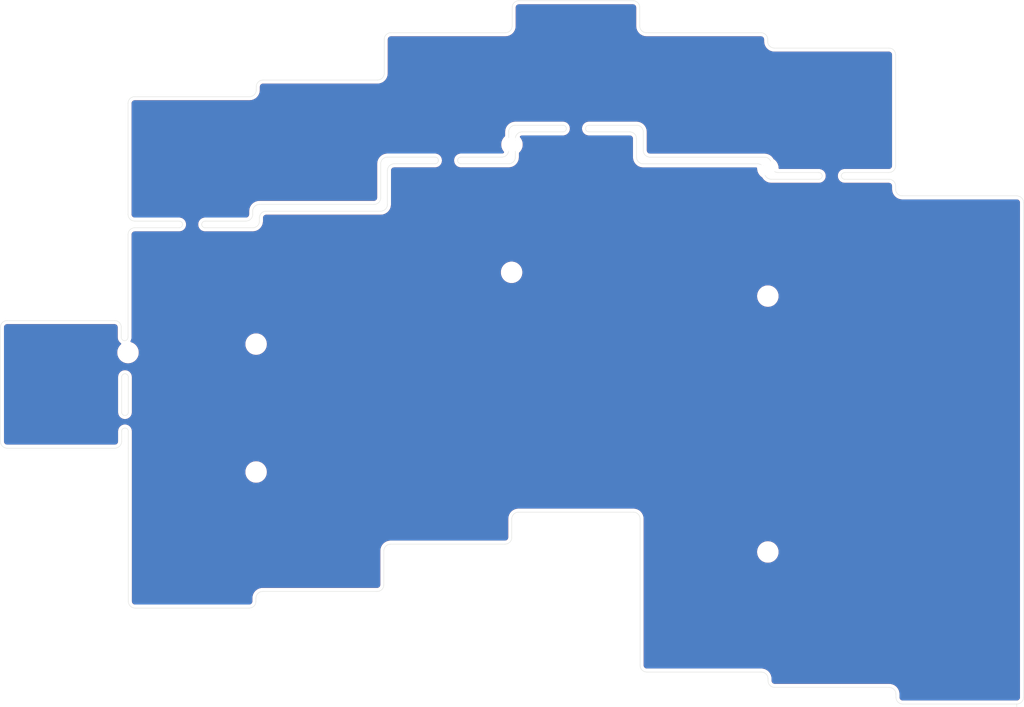
<source format=kicad_pcb>
(kicad_pcb (version 20171130) (host pcbnew "(5.1.5)-3")

  (general
    (thickness 1.6)
    (drawings 146)
    (tracks 0)
    (zones 0)
    (modules 8)
    (nets 1)
  )

  (page A4)
  (layers
    (0 F.Cu signal)
    (31 B.Cu signal)
    (32 B.Adhes user)
    (33 F.Adhes user)
    (34 B.Paste user)
    (35 F.Paste user)
    (36 B.SilkS user)
    (37 F.SilkS user)
    (38 B.Mask user)
    (39 F.Mask user)
    (40 Dwgs.User user)
    (41 Cmts.User user)
    (42 Eco1.User user)
    (43 Eco2.User user)
    (44 Edge.Cuts user)
    (45 Margin user)
    (46 B.CrtYd user)
    (47 F.CrtYd user)
    (48 B.Fab user)
    (49 F.Fab user)
  )

  (setup
    (last_trace_width 0.25)
    (trace_clearance 0.2)
    (zone_clearance 0.508)
    (zone_45_only no)
    (trace_min 0.2)
    (via_size 0.8)
    (via_drill 0.4)
    (via_min_size 0.4)
    (via_min_drill 0.3)
    (uvia_size 0.3)
    (uvia_drill 0.1)
    (uvias_allowed no)
    (uvia_min_size 0.2)
    (uvia_min_drill 0.1)
    (edge_width 0.05)
    (segment_width 0.2)
    (pcb_text_width 0.3)
    (pcb_text_size 1.5 1.5)
    (mod_edge_width 0.12)
    (mod_text_size 1 1)
    (mod_text_width 0.15)
    (pad_size 1.524 1.524)
    (pad_drill 0.762)
    (pad_to_mask_clearance 0.051)
    (solder_mask_min_width 0.25)
    (aux_axis_origin 0 0)
    (visible_elements 7FFFFFFF)
    (pcbplotparams
      (layerselection 0x010f0_ffffffff)
      (usegerberextensions true)
      (usegerberattributes false)
      (usegerberadvancedattributes false)
      (creategerberjobfile false)
      (excludeedgelayer true)
      (linewidth 0.100000)
      (plotframeref false)
      (viasonmask false)
      (mode 1)
      (useauxorigin false)
      (hpglpennumber 1)
      (hpglpenspeed 20)
      (hpglpendiameter 15.000000)
      (psnegative false)
      (psa4output false)
      (plotreference true)
      (plotvalue true)
      (plotinvisibletext false)
      (padsonsilk false)
      (subtractmaskfromsilk true)
      (outputformat 1)
      (mirror false)
      (drillshape 0)
      (scaleselection 1)
      (outputdirectory "Gerbers/"))
  )

  (net 0 "")

  (net_class Default "This is the default net class."
    (clearance 0.2)
    (trace_width 0.25)
    (via_dia 0.8)
    (via_drill 0.4)
    (uvia_dia 0.3)
    (uvia_drill 0.1)
  )

  (module Used_Footprints:Hole_Mount_M4 (layer F.Cu) (tedit 5E452CE9) (tstamp 5E5680D9)
    (at 104.87 110.5565)
    (path /5E45ABA8)
    (fp_text reference HM8 (at -0.01 -2.09) (layer Dwgs.User) hide
      (effects (font (size 1 1) (thickness 0.15)))
    )
    (fp_text value CaseHole (at 0.5 -3.77) (layer Dwgs.User) hide
      (effects (font (size 1 1) (thickness 0.15)))
    )
    (pad "" np_thru_hole circle (at 0 0) (size 2.2 2.2) (drill 2.2) (layers *.Cu *.Mask))
  )

  (module Used_Footprints:Hole_Mount_M4 (layer F.Cu) (tedit 5E452CE9) (tstamp 5E567D12)
    (at 200.145 83.1055)
    (path /5DC0F92C)
    (fp_text reference HM3 (at -0.01 -2.09) (layer Dwgs.User) hide
      (effects (font (size 1 1) (thickness 0.15)))
    )
    (fp_text value CaseHole (at 0.5 -3.77) (layer F.Fab) hide
      (effects (font (size 1 1) (thickness 0.15)))
    )
    (pad "" np_thru_hole circle (at 0 0) (size 2.2 2.2) (drill 2.2) (layers *.Cu *.Mask))
  )

  (module Used_Footprints:Hole_Mount_M4 (layer F.Cu) (tedit 5E452CE9) (tstamp 5E567D0E)
    (at 162.045 79.5812)
    (path /5DC14B86)
    (fp_text reference HM4 (at -0.01 -2.09) (layer Dwgs.User) hide
      (effects (font (size 1 1) (thickness 0.15)))
    )
    (fp_text value CaseHole (at 0.5 -3.77) (layer F.Fab) hide
      (effects (font (size 1 1) (thickness 0.15)))
    )
    (pad "" np_thru_hole circle (at 0 0) (size 2.2 2.2) (drill 2.2) (layers *.Cu *.Mask))
  )

  (module Used_Footprints:Hole_Mount_M4 (layer F.Cu) (tedit 5E452CE9) (tstamp 5E567CFB)
    (at 123.945 128.343)
    (path /5DC1BC7C)
    (fp_text reference HM7 (at -0.01 -2.09) (layer Dwgs.User) hide
      (effects (font (size 1 1) (thickness 0.15)))
    )
    (fp_text value CaseHole (at 0.5 -3.77) (layer Dwgs.User) hide
      (effects (font (size 1 1) (thickness 0.15)))
    )
    (pad "" np_thru_hole circle (at 0 0) (size 2.2 2.2) (drill 2.2) (layers *.Cu *.Mask))
  )

  (module Used_Footprints:Hole_Mount_M4 (layer F.Cu) (tedit 5E452CE9) (tstamp 5E567CE8)
    (at 123.945 109.2992)
    (path /5DC1BC76)
    (fp_text reference HM6 (at -0.01 -2.09) (layer Dwgs.User) hide
      (effects (font (size 1 1) (thickness 0.15)))
    )
    (fp_text value CaseHole (at 0.5 -3.77) (layer F.Fab) hide
      (effects (font (size 1 1) (thickness 0.15)))
    )
    (pad "" np_thru_hole circle (at 0 0) (size 2.2 2.2) (drill 2.2) (layers *.Cu *.Mask))
  )

  (module Used_Footprints:Hole_Mount_M4 (layer F.Cu) (tedit 5E452CE9) (tstamp 5E567CBB)
    (at 161.99 98.6112)
    (path /5DC1BC70)
    (fp_text reference HM5 (at -0.01 -2.09) (layer Dwgs.User) hide
      (effects (font (size 1 1) (thickness 0.15)))
    )
    (fp_text value CaseHole (at 0.5 -3.77) (layer F.Fab) hide
      (effects (font (size 1 1) (thickness 0.15)))
    )
    (pad "" np_thru_hole circle (at 0 0) (size 2.2 2.2) (drill 2.2) (layers *.Cu *.Mask))
  )

  (module Used_Footprints:Hole_Mount_M4 (layer F.Cu) (tedit 5E452CE9) (tstamp 5E567A6B)
    (at 200.145 102.1495)
    (path /5DC0512E)
    (fp_text reference HM2 (at 0.5 -2.77) (layer Dwgs.User) hide
      (effects (font (size 1 1) (thickness 0.15)))
    )
    (fp_text value CaseHole (at 0.5 -3.77) (layer F.Fab) hide
      (effects (font (size 1 1) (thickness 0.15)))
    )
    (pad "" np_thru_hole circle (at 0 0) (size 2.2 2.2) (drill 2.2) (layers *.Cu *.Mask))
  )

  (module Used_Footprints:Hole_Mount_M4 (layer F.Cu) (tedit 5E452CE9) (tstamp 5E5679FB)
    (at 200.145 140.25)
    (path /5DC03D38)
    (fp_text reference HM1 (at 0.5 -2.77) (layer Dwgs.User) hide
      (effects (font (size 1 1) (thickness 0.15)))
    )
    (fp_text value CaseHole (at 0.5 -3.77) (layer F.Fab) hide
      (effects (font (size 1 1) (thickness 0.15)))
    )
    (pad "" np_thru_hole circle (at 0 0) (size 2.2 2.2) (drill 2.2) (layers *.Cu *.Mask))
  )

  (gr_line (start 237.22 162.8925) (end 237.22 163.2966) (layer Edge.Cuts) (width 0.05))
  (gr_line (start 220.22 162.8925) (end 237.22 162.8925) (layer Edge.Cuts) (width 0.05) (tstamp 5E567FCE))
  (gr_line (start 200.120001 63.93) (end 200.120001 64.216) (layer Edge.Cuts) (width 0.05) (tstamp 5E567FCD))
  (gr_line (start 182.12 158.13) (end 199.17 158.13) (layer Edge.Cuts) (width 0.05) (tstamp 5E567FCC))
  (gr_arc (start 124.970001 70.9785) (end 124.970001 69.9785) (angle -90) (layer Edge.Cuts) (width 0.05) (tstamp 5E567FCB))
  (gr_arc (start 122.970001 71.455) (end 122.970001 72.455) (angle -90) (layer Edge.Cuts) (width 0.05) (tstamp 5E567FCA))
  (gr_line (start 85.87 106.7925) (end 85.87 123.7925) (layer Edge.Cuts) (width 0.05) (tstamp 5E567FC9))
  (gr_arc (start 199.120001 63.93) (end 200.120001 63.93) (angle -90) (layer Edge.Cuts) (width 0.05) (tstamp 5E567FC8))
  (gr_line (start 163.070001 58.1675) (end 180.070001 58.1675) (layer Edge.Cuts) (width 0.05) (tstamp 5E567FC7))
  (gr_line (start 201.17 160.416) (end 218.22 160.42) (layer Edge.Cuts) (width 0.05) (tstamp 5E567FC6))
  (gr_arc (start 180.070001 59.1675) (end 181.070001 59.1675) (angle -90) (layer Edge.Cuts) (width 0.05) (tstamp 5E567FC5))
  (gr_line (start 219.22 161.42) (end 219.22 161.8925) (layer Edge.Cuts) (width 0.05) (tstamp 5E567FC4))
  (gr_line (start 182.070001 62.93) (end 199.120001 62.93) (layer Edge.Cuts) (width 0.05) (tstamp 5E567FC3))
  (gr_line (start 200.17 159.13) (end 200.17 159.416) (layer Edge.Cuts) (width 0.05) (tstamp 5E567FC2))
  (gr_line (start 105.92 148.605) (end 122.92 148.605) (layer Edge.Cuts) (width 0.05) (tstamp 5E567FC1))
  (gr_arc (start 161.070001 61.93) (end 161.070001 62.93) (angle -90) (layer Edge.Cuts) (width 0.05) (tstamp 5E567FC0))
  (gr_arc (start 144.020001 63.93) (end 144.020001 62.93) (angle -90) (layer Edge.Cuts) (width 0.05) (tstamp 5E567FBF))
  (gr_arc (start 182.070001 61.93) (end 181.070001 61.93) (angle -90) (layer Edge.Cuts) (width 0.05) (tstamp 5E567FBE))
  (gr_line (start 124.92 146.1285) (end 141.97 146.1285) (layer Edge.Cuts) (width 0.05) (tstamp 5E567FBD))
  (gr_line (start 123.92 147.1285) (end 123.92 147.605) (layer Edge.Cuts) (width 0.05) (tstamp 5E567FBC))
  (gr_arc (start 163.070001 59.1675) (end 163.070001 58.1675) (angle -90) (layer Edge.Cuts) (width 0.05) (tstamp 5E567FBB))
  (gr_line (start 162.02 135.3175) (end 162.02 138.08) (layer Edge.Cuts) (width 0.05) (tstamp 5E567FBA))
  (gr_line (start 142.97 140.08) (end 142.97 145.1285) (layer Edge.Cuts) (width 0.05) (tstamp 5E567FB9))
  (gr_line (start 124.970001 69.9785) (end 142.020001 69.9785) (layer Edge.Cuts) (width 0.05) (tstamp 5E567FB8))
  (gr_arc (start 142.020001 68.9785) (end 142.020001 69.9785) (angle -90) (layer Edge.Cuts) (width 0.05) (tstamp 5E567FB7))
  (gr_line (start 86.87 105.7925) (end 102.87 105.7925) (layer Edge.Cuts) (width 0.05) (tstamp 5E567FB6))
  (gr_line (start 143.97 139.08) (end 161.02 139.08) (layer Edge.Cuts) (width 0.05) (tstamp 5E567FB5))
  (gr_arc (start 143.97 140.08) (end 143.97 139.08) (angle -90) (layer Edge.Cuts) (width 0.05) (tstamp 5E567FB4))
  (gr_line (start 143.020001 63.93) (end 143.020001 68.9785) (layer Edge.Cuts) (width 0.05) (tstamp 5E567FB3))
  (gr_arc (start 124.92 147.1285) (end 124.92 146.1285) (angle -90) (layer Edge.Cuts) (width 0.05) (tstamp 5E567FB2))
  (gr_arc (start 86.87 106.7925) (end 86.87 105.7925) (angle -90) (layer Edge.Cuts) (width 0.05) (tstamp 5E567FB1))
  (gr_line (start 105.87 72.455) (end 122.970001 72.455) (layer Edge.Cuts) (width 0.05) (tstamp 5E567FB0))
  (gr_line (start 104.92 124.79) (end 104.92 147.605) (layer Edge.Cuts) (width 0.05) (tstamp 5E567FAF))
  (gr_arc (start 122.92 147.605) (end 122.92 148.605) (angle -90) (layer Edge.Cuts) (width 0.05) (tstamp 5E567FAE))
  (gr_arc (start 86.87 123.7925) (end 85.87 123.7925) (angle -90) (layer Edge.Cuts) (width 0.05) (tstamp 5E567FAD))
  (gr_line (start 162.070001 59.1675) (end 162.070001 61.93) (layer Edge.Cuts) (width 0.05) (tstamp 5E567FAC))
  (gr_arc (start 237.22 161.8925) (end 237.22 162.8925) (angle -90) (layer Edge.Cuts) (width 0.05) (tstamp 5E567FAB))
  (gr_line (start 86.87 124.7925) (end 102.92 124.7925) (layer Edge.Cuts) (width 0.05) (tstamp 5E567FAA))
  (gr_line (start 123.970001 70.9785) (end 123.970001 71.455) (layer Edge.Cuts) (width 0.05) (tstamp 5E567FA9))
  (gr_arc (start 220.22 161.8925) (end 219.22 161.8925) (angle -90) (layer Edge.Cuts) (width 0.05) (tstamp 5E567FA8))
  (gr_arc (start 182.12 157.13) (end 181.12 157.13) (angle -90) (layer Edge.Cuts) (width 0.05) (tstamp 5E567FA7))
  (gr_line (start 181.070001 59.1675) (end 181.070001 61.93) (layer Edge.Cuts) (width 0.05) (tstamp 5E567FA6))
  (gr_line (start 181.12 157.13) (end 181.12 135.3175) (layer Edge.Cuts) (width 0.05) (tstamp 5E567FA5))
  (gr_line (start 201.120001 65.216) (end 218.17 65.216) (layer Edge.Cuts) (width 0.05) (tstamp 5E567FA4))
  (gr_line (start 219.17 82.75) (end 219.17 66.216) (layer Edge.Cuts) (width 0.05) (tstamp 5E567FA3))
  (gr_arc (start 161.02 138.08) (end 161.02 139.08) (angle -90) (layer Edge.Cuts) (width 0.05) (tstamp 5E567FA2))
  (gr_line (start 238.22 161.8925) (end 238.22 88.2265) (layer Edge.Cuts) (width 0.05) (tstamp 5E567FA1))
  (gr_line (start 144.020001 62.93) (end 161.070001 62.93) (layer Edge.Cuts) (width 0.05) (tstamp 5E567FA0))
  (gr_line (start 163.02 134.3175) (end 180.12 134.3175) (layer Edge.Cuts) (width 0.05) (tstamp 5E567F9F))
  (gr_line (start 207.739901 84.750099) (end 200.65 84.75) (layer Edge.Cuts) (width 0.05) (tstamp 5E567F9E))
  (gr_arc (start 201.120001 64.216) (end 200.120001 64.216) (angle -90) (layer Edge.Cuts) (width 0.05) (tstamp 5E567F9D))
  (gr_line (start 220.17 87.2265) (end 237.22 87.2265) (layer Edge.Cuts) (width 0.05) (tstamp 5E567F9C))
  (gr_line (start 112.489802 90.979901) (end 105.87 90.98) (layer Edge.Cuts) (width 0.05) (tstamp 5E567F9B))
  (gr_arc (start 201.17 159.416) (end 200.17 159.416) (angle -90) (layer Edge.Cuts) (width 0.05) (tstamp 5E567F9A))
  (gr_arc (start 105.87 73.455) (end 105.87 72.455) (angle -90) (layer Edge.Cuts) (width 0.05) (tstamp 5E567F99))
  (gr_line (start 112.489802 91.980099) (end 105.87 91.98) (layer Edge.Cuts) (width 0.05) (tstamp 5E567F98))
  (gr_arc (start 102.87 106.7925) (end 103.87 106.7925) (angle -90) (layer Edge.Cuts) (width 0.05) (tstamp 5E567F97))
  (gr_line (start 199.65 81.46) (end 182.59 81.46) (layer Edge.Cuts) (width 0.05) (tstamp 5E567F96))
  (gr_arc (start 218.17 66.216) (end 219.17 66.216) (angle -90) (layer Edge.Cuts) (width 0.05) (tstamp 5E567F95))
  (gr_line (start 207.739901 83.749901) (end 201.65 83.75) (layer Edge.Cuts) (width 0.05) (tstamp 5E567F94))
  (gr_line (start 200.65 82.75) (end 200.65 82.46) (layer Edge.Cuts) (width 0.05) (tstamp 5E567F93))
  (gr_arc (start 102.92 123.7925) (end 102.92 124.7925) (angle -90) (layer Edge.Cuts) (width 0.05) (tstamp 5E567F92))
  (gr_arc (start 199.17 159.13) (end 200.17 159.13) (angle -90) (layer Edge.Cuts) (width 0.05) (tstamp 5E567F91))
  (gr_arc (start 105.92 147.605) (end 104.92 147.605) (angle -90) (layer Edge.Cuts) (width 0.05) (tstamp 5E567F90))
  (gr_arc (start 163.02 135.3175) (end 163.02 134.3175) (angle -90) (layer Edge.Cuts) (width 0.05) (tstamp 5E567F8F))
  (gr_arc (start 141.97 145.1285) (end 141.97 146.1285) (angle -90) (layer Edge.Cuts) (width 0.05) (tstamp 5E567F8E))
  (gr_arc (start 237.22 88.2265) (end 238.22 88.2265) (angle -90) (layer Edge.Cuts) (width 0.05) (tstamp 5E567F8D))
  (gr_line (start 181.59 80.46) (end 181.59 77.7) (layer Edge.Cuts) (width 0.05) (tstamp 5E567F8C))
  (gr_arc (start 180.12 135.3175) (end 181.12 135.3175) (angle -90) (layer Edge.Cuts) (width 0.05) (tstamp 5E567F8B))
  (gr_arc (start 105.87 92.98) (end 105.87 91.98) (angle -90) (layer Edge.Cuts) (width 0.05) (tstamp 5E567F8A))
  (gr_line (start 169.639901 76.699901) (end 162.55 76.7) (layer Edge.Cuts) (width 0.05) (tstamp 5E567F89))
  (gr_arc (start 105.87 89.98) (end 104.87 89.98) (angle -90) (layer Edge.Cuts) (width 0.05) (tstamp 5E567F88))
  (gr_arc (start 123.44 90.98) (end 123.44 91.98) (angle -90) (layer Edge.Cuts) (width 0.05) (tstamp 5E567F87))
  (gr_arc (start 124.44 89.5) (end 124.44 88.5) (angle -90) (layer Edge.Cuts) (width 0.05) (tstamp 5E567F86))
  (gr_arc (start 141.5 87.5) (end 141.5 88.5) (angle -90) (layer Edge.Cuts) (width 0.05) (tstamp 5E567F85))
  (gr_arc (start 143.5 82.45) (end 143.5 81.45) (angle -90) (layer Edge.Cuts) (width 0.05) (tstamp 5E567F84))
  (gr_line (start 162.55 81.45) (end 162.55 78.7) (layer Edge.Cuts) (width 0.05) (tstamp 5E567F83))
  (gr_line (start 163.55 77.7) (end 169.639901 77.700099) (layer Edge.Cuts) (width 0.05) (tstamp 5E567F82))
  (gr_arc (start 144.5 83.45) (end 144.5 82.45) (angle -90) (layer Edge.Cuts) (width 0.05) (tstamp 5E567F81))
  (gr_line (start 181.59 82.46) (end 198.65 82.46) (layer Edge.Cuts) (width 0.05) (tstamp 5E567F80))
  (gr_line (start 199.65 83.46) (end 199.65 83.75) (layer Edge.Cuts) (width 0.05) (tstamp 5E567F7F))
  (gr_line (start 161.55 77.7) (end 161.55 80.45) (layer Edge.Cuts) (width 0.05) (tstamp 5E567F7E))
  (gr_line (start 150.589901 81.449901) (end 143.5 81.45) (layer Edge.Cuts) (width 0.05) (tstamp 5E567F7D))
  (gr_arc (start 125.44 90.5) (end 125.44 89.5) (angle -90) (layer Edge.Cuts) (width 0.05) (tstamp 5E567F7C))
  (gr_line (start 142.5 82.45) (end 142.5 87.5) (layer Edge.Cuts) (width 0.05) (tstamp 5E567F7B))
  (gr_line (start 141.5 88.5) (end 124.44 88.5) (layer Edge.Cuts) (width 0.05) (tstamp 5E567F7A))
  (gr_line (start 123.44 89.5) (end 123.44 89.98) (layer Edge.Cuts) (width 0.05) (tstamp 5E567F79))
  (gr_arc (start 122.44 89.98) (end 122.44 90.98) (angle -90) (layer Edge.Cuts) (width 0.05) (tstamp 5E567F78))
  (gr_line (start 124.44 90.98) (end 124.44 90.5) (layer Edge.Cuts) (width 0.05) (tstamp 5E567F77))
  (gr_line (start 144.5 82.45) (end 150.589901 82.450099) (layer Edge.Cuts) (width 0.05) (tstamp 5E567F76))
  (gr_arc (start 142.5 88.5) (end 142.5 89.5) (angle -90) (layer Edge.Cuts) (width 0.05) (tstamp 5E567F75))
  (gr_arc (start 161.55 81.45) (end 161.55 82.45) (angle -90) (layer Edge.Cuts) (width 0.05) (tstamp 5E567F74))
  (gr_line (start 180.59 78.7) (end 180.59 81.46) (layer Edge.Cuts) (width 0.05) (tstamp 5E567F73))
  (gr_line (start 125.44 89.5) (end 142.5 89.5) (layer Edge.Cuts) (width 0.05) (tstamp 5E567F72))
  (gr_line (start 143.5 88.5) (end 143.5 83.45) (layer Edge.Cuts) (width 0.05) (tstamp 5E567F71))
  (gr_arc (start 112.489802 91.48) (end 112.989901 91.48) (angle -90) (layer Edge.Cuts) (width 0.05) (tstamp 5E567F70))
  (gr_arc (start 207.739901 84.25) (end 207.739901 84.750099) (angle -90) (layer Edge.Cuts) (width 0.05) (tstamp 5E567F6F))
  (gr_arc (start 211.590099 84.25) (end 211.590099 83.749901) (angle -90) (layer Edge.Cuts) (width 0.05) (tstamp 5E567F6E))
  (gr_arc (start 116.350099 91.48) (end 115.85 91.48) (angle -90) (layer Edge.Cuts) (width 0.05) (tstamp 5E567F6D))
  (gr_arc (start 180.59 77.7) (end 181.59 77.7) (angle -90) (layer Edge.Cuts) (width 0.05) (tstamp 5E567F6C))
  (gr_arc (start 150.589901 81.95) (end 150.589901 82.450099) (angle -90) (layer Edge.Cuts) (width 0.05) (tstamp 5E567F6B))
  (gr_arc (start 181.59 81.46) (end 180.59 81.46) (angle -90) (layer Edge.Cuts) (width 0.05) (tstamp 5E567F6A))
  (gr_arc (start 198.65 83.46) (end 199.65 83.46) (angle -90) (layer Edge.Cuts) (width 0.05) (tstamp 5E567F69))
  (gr_arc (start 150.589901 81.95) (end 151.09 81.95) (angle -90) (layer Edge.Cuts) (width 0.05) (tstamp 5E567F68))
  (gr_arc (start 207.739901 84.25) (end 208.24 84.25) (angle -90) (layer Edge.Cuts) (width 0.05) (tstamp 5E567F67))
  (gr_arc (start 201.65 82.75) (end 200.65 82.75) (angle -90) (layer Edge.Cuts) (width 0.05) (tstamp 5E567F66))
  (gr_arc (start 112.489802 91.48) (end 112.489802 91.980099) (angle -90) (layer Edge.Cuts) (width 0.05) (tstamp 5E567F65))
  (gr_arc (start 218.17 82.75) (end 218.17 83.75) (angle -90) (layer Edge.Cuts) (width 0.05) (tstamp 5E567F64))
  (gr_arc (start 160.55 80.45) (end 160.55 81.45) (angle -90) (layer Edge.Cuts) (width 0.05) (tstamp 5E567F63))
  (gr_arc (start 163.55 78.7) (end 163.55 77.7) (angle -90) (layer Edge.Cuts) (width 0.05) (tstamp 5E567F62))
  (gr_arc (start 211.590099 84.25) (end 211.09 84.25) (angle -90) (layer Edge.Cuts) (width 0.05) (tstamp 5E567F61))
  (gr_arc (start 162.55 77.7) (end 162.55 76.7) (angle -90) (layer Edge.Cuts) (width 0.05) (tstamp 5E567F60))
  (gr_arc (start 179.59 78.7) (end 180.59 78.7) (angle -90) (layer Edge.Cuts) (width 0.05) (tstamp 5E567F5F))
  (gr_arc (start 116.350198 91.48) (end 116.350198 90.979901) (angle -90) (layer Edge.Cuts) (width 0.05) (tstamp 5E567F5E))
  (gr_arc (start 200.65 83.75) (end 199.65 83.75) (angle -90) (layer Edge.Cuts) (width 0.05) (tstamp 5E567F5D))
  (gr_line (start 104.87 89.98) (end 104.87 73.455) (layer Edge.Cuts) (width 0.05) (tstamp 5E567F5C))
  (gr_arc (start 182.59 80.46) (end 181.59 80.46) (angle -90) (layer Edge.Cuts) (width 0.05) (tstamp 5E567F5B))
  (gr_arc (start 199.65 82.46) (end 200.65 82.46) (angle -90) (layer Edge.Cuts) (width 0.05) (tstamp 5E567F5A))
  (gr_arc (start 218.22 161.42) (end 219.22 161.42) (angle -90) (layer Edge.Cuts) (width 0.05) (tstamp 5E567D3B))
  (gr_arc (start 169.639901 77.2) (end 170.14 77.2) (angle -90) (layer Edge.Cuts) (width 0.05) (tstamp 5E567D3A))
  (gr_arc (start 169.639901 77.2) (end 169.639901 77.700099) (angle -90) (layer Edge.Cuts) (width 0.05) (tstamp 5E567D39))
  (gr_line (start 211.590099 84.750099) (end 218.17 84.75) (layer Edge.Cuts) (width 0.05) (tstamp 5E567D38))
  (gr_arc (start 173.500198 77.2) (end 173.500198 76.699901) (angle -90) (layer Edge.Cuts) (width 0.05) (tstamp 5E567D37))
  (gr_line (start 173.500198 77.700099) (end 179.59 77.7) (layer Edge.Cuts) (width 0.05) (tstamp 5E567D36))
  (gr_line (start 219.17 85.75) (end 219.17 86.2265) (layer Edge.Cuts) (width 0.05) (tstamp 5E567D35))
  (gr_line (start 154.450198 81.449901) (end 160.55 81.45) (layer Edge.Cuts) (width 0.05) (tstamp 5E567D34))
  (gr_line (start 154.450198 82.450099) (end 161.55 82.45) (layer Edge.Cuts) (width 0.05) (tstamp 5E567D33))
  (gr_line (start 211.590099 83.749901) (end 218.17 83.749901) (layer Edge.Cuts) (width 0.05) (tstamp 5E567D32))
  (gr_arc (start 104.369901 108.29) (end 103.869802 108.29) (angle -180) (layer Edge.Cuts) (width 0.05) (tstamp 5E567D31))
  (gr_line (start 104.87 92.98) (end 104.87 108.29) (layer Edge.Cuts) (width 0.05) (tstamp 5E567D30))
  (gr_arc (start 104.419901 122.29) (end 104.92 122.29) (angle -180) (layer Edge.Cuts) (width 0.05) (tstamp 5E567D2F))
  (gr_arc (start 154.450198 81.95) (end 153.950099 81.95) (angle -90) (layer Edge.Cuts) (width 0.05) (tstamp 5E567D2E))
  (gr_line (start 104.92 124.79) (end 104.92 122.29) (layer Edge.Cuts) (width 0.05) (tstamp 5E567D2D))
  (gr_line (start 173.500198 76.699901) (end 180.59 76.7) (layer Edge.Cuts) (width 0.05) (tstamp 5E567D2C))
  (gr_arc (start 154.450198 81.95) (end 154.450198 81.449901) (angle -90) (layer Edge.Cuts) (width 0.05) (tstamp 5E567D2B))
  (gr_arc (start 218.17 85.75) (end 219.17 85.75) (angle -90) (layer Edge.Cuts) (width 0.05) (tstamp 5E567D2A))
  (gr_line (start 116.350198 90.979901) (end 122.44 90.979901) (layer Edge.Cuts) (width 0.05) (tstamp 5E567D29))
  (gr_line (start 116.350099 91.980099) (end 123.44 91.980099) (layer Edge.Cuts) (width 0.05) (tstamp 5E567D28))
  (gr_arc (start 220.17 86.2265) (end 219.17 86.2265) (angle -90) (layer Edge.Cuts) (width 0.05) (tstamp 5E567D27))
  (gr_arc (start 173.500198 77.2) (end 173.000099 77.2) (angle -90) (layer Edge.Cuts) (width 0.05) (tstamp 5E567D26))
  (gr_line (start 103.869802 108.29) (end 103.87 106.7925) (layer Edge.Cuts) (width 0.05) (tstamp 5E567D25))
  (gr_arc (start 104.419901 114.21) (end 104.92 114.21) (angle -180) (layer Edge.Cuts) (width 0.05) (tstamp 5E5675D3))
  (gr_arc (start 104.42 119.43) (end 103.919901 119.43) (angle -180) (layer Edge.Cuts) (width 0.05) (tstamp 5E5675D2))
  (gr_line (start 104.920099 119.43) (end 104.92 114.21) (layer Edge.Cuts) (width 0.05) (tstamp 5E5675D1))
  (gr_line (start 103.919802 114.21) (end 103.919901 119.43) (layer Edge.Cuts) (width 0.05) (tstamp 5E5675D0))
  (gr_line (start 103.92 123.7925) (end 103.919802 122.29) (layer Edge.Cuts) (width 0.05) (tstamp 5E5675CF))

  (zone (net 0) (net_name "") (layer B.Cu) (tstamp 5E654118) (hatch edge 0.508)
    (connect_pads (clearance 0.508))
    (min_thickness 0.254)
    (fill yes (arc_segments 32) (thermal_gap 0.508) (thermal_bridge_width 0.508))
    (polygon
      (pts
        (xy 85.81 105.76) (xy 85.81 124.86) (xy 104.81 124.86) (xy 104.81 148.66) (xy 124.01 148.66)
        (xy 124.01 146.26) (xy 143.01 146.26) (xy 143.01 139.16) (xy 162.11 139.16) (xy 162.11 134.46)
        (xy 181.01 134.46) (xy 181.01 158.26) (xy 200.11 158.26) (xy 200.11 160.46) (xy 219.11 160.46)
        (xy 219.11 162.96) (xy 238.31 162.96) (xy 238.31 87.16) (xy 219.31 87.16) (xy 219.31 65.16)
        (xy 200.21 65.16) (xy 200.21 62.86) (xy 181.2 62.86) (xy 181.2 58.06) (xy 162.01 58.06)
        (xy 162.01 62.96) (xy 142.91 62.96) (xy 142.91 69.86) (xy 123.91 69.86) (xy 123.91 72.36)
        (xy 104.81 72.36) (xy 104.81 105.76)
      )
    )
    (filled_polygon
      (pts
        (xy 180.135425 58.83708) (xy 180.198357 58.85608) (xy 180.256406 58.886945) (xy 180.307344 58.928489) (xy 180.349249 58.979144)
        (xy 180.380516 59.036971) (xy 180.399957 59.099772) (xy 180.410001 59.195336) (xy 180.410002 61.962419) (xy 180.412784 61.990664)
        (xy 180.412741 61.996801) (xy 180.413641 62.005972) (xy 180.434042 62.200069) (xy 180.446069 62.258658) (xy 180.457278 62.317423)
        (xy 180.459942 62.326245) (xy 180.517654 62.512683) (xy 180.540839 62.567838) (xy 180.563243 62.623291) (xy 180.567569 62.631427)
        (xy 180.660394 62.803104) (xy 180.693847 62.852699) (xy 180.726601 62.902753) (xy 180.732425 62.909894) (xy 180.856829 63.060272)
        (xy 180.899264 63.102411) (xy 180.941127 63.145161) (xy 180.948228 63.151034) (xy 181.09947 63.274384) (xy 181.149278 63.307477)
        (xy 181.198652 63.341284) (xy 181.206758 63.345667) (xy 181.379081 63.437292) (xy 181.434393 63.46009) (xy 181.489367 63.483652)
        (xy 181.49817 63.486377) (xy 181.685007 63.542786) (xy 181.743687 63.554405) (xy 181.802197 63.566842) (xy 181.811362 63.567805)
        (xy 182.005595 63.58685) (xy 182.005599 63.58685) (xy 182.037582 63.59) (xy 199.087722 63.59) (xy 199.185425 63.59958)
        (xy 199.248357 63.61858) (xy 199.306406 63.649445) (xy 199.357344 63.690989) (xy 199.399249 63.741644) (xy 199.430516 63.799471)
        (xy 199.449957 63.862272) (xy 199.460001 63.957835) (xy 199.460001 64.248419) (xy 199.462784 64.276674) (xy 199.462741 64.282801)
        (xy 199.463641 64.291972) (xy 199.484042 64.486069) (xy 199.496069 64.544658) (xy 199.507278 64.603423) (xy 199.509942 64.612245)
        (xy 199.567654 64.798683) (xy 199.590839 64.853838) (xy 199.613243 64.909291) (xy 199.617569 64.917427) (xy 199.710394 65.089104)
        (xy 199.743847 65.138699) (xy 199.776601 65.188753) (xy 199.782425 65.195894) (xy 199.906829 65.346272) (xy 199.949264 65.388411)
        (xy 199.991127 65.431161) (xy 199.998228 65.437034) (xy 200.14947 65.560384) (xy 200.199278 65.593477) (xy 200.248652 65.627284)
        (xy 200.256758 65.631667) (xy 200.429081 65.723292) (xy 200.484393 65.74609) (xy 200.539367 65.769652) (xy 200.54817 65.772377)
        (xy 200.735007 65.828786) (xy 200.793687 65.840405) (xy 200.852197 65.852842) (xy 200.861362 65.853805) (xy 201.055595 65.87285)
        (xy 201.055599 65.87285) (xy 201.087582 65.876) (xy 218.137721 65.876) (xy 218.235424 65.88558) (xy 218.298356 65.90458)
        (xy 218.356405 65.935445) (xy 218.407343 65.976989) (xy 218.449248 66.027644) (xy 218.480515 66.085471) (xy 218.499956 66.148272)
        (xy 218.510001 66.243845) (xy 218.51 82.717721) (xy 218.50042 82.815424) (xy 218.48142 82.878357) (xy 218.450554 82.936406)
        (xy 218.409011 82.987343) (xy 218.358356 83.029248) (xy 218.300529 83.060515) (xy 218.237728 83.079956) (xy 218.143107 83.089901)
        (xy 211.55768 83.089901) (xy 211.52977 83.09265) (xy 211.526792 83.092629) (xy 211.517621 83.093528) (xy 211.469459 83.09859)
        (xy 211.460716 83.099451) (xy 211.460424 83.099539) (xy 211.420553 83.10373) (xy 211.361944 83.115761) (xy 211.303192 83.126968)
        (xy 211.294371 83.129632) (xy 211.201134 83.158494) (xy 211.145978 83.18168) (xy 211.090529 83.204082) (xy 211.082392 83.208408)
        (xy 210.996536 83.25483) (xy 210.946929 83.28829) (xy 210.896889 83.321035) (xy 210.889748 83.32686) (xy 210.814544 83.389074)
        (xy 210.772419 83.431494) (xy 210.729653 83.473374) (xy 210.723779 83.480474) (xy 210.662092 83.556111) (xy 210.629008 83.605906)
        (xy 210.595194 83.655289) (xy 210.590812 83.663396) (xy 210.54499 83.749574) (xy 210.522217 83.804825) (xy 210.498627 83.859864)
        (xy 210.495903 83.868667) (xy 210.467693 83.962105) (xy 210.456079 84.020761) (xy 210.443637 84.079296) (xy 210.442674 84.088461)
        (xy 210.43315 84.185597) (xy 210.43315 84.214405) (xy 210.430036 84.243054) (xy 210.430004 84.252269) (xy 210.430016 84.25576)
        (xy 210.43293 84.284459) (xy 210.432728 84.313307) (xy 210.433627 84.322478) (xy 210.443829 84.419546) (xy 210.45586 84.478155)
        (xy 210.467067 84.536907) (xy 210.469731 84.545728) (xy 210.498593 84.638965) (xy 210.521773 84.694108) (xy 210.544181 84.749571)
        (xy 210.548507 84.757707) (xy 210.59493 84.843564) (xy 210.628378 84.893154) (xy 210.661134 84.94321) (xy 210.666955 84.950346)
        (xy 210.666959 84.950352) (xy 210.666964 84.950357) (xy 210.729172 85.025555) (xy 210.771645 85.067732) (xy 210.813473 85.110446)
        (xy 210.820568 85.116315) (xy 210.820572 85.116319) (xy 210.820574 85.11632) (xy 210.89621 85.178007) (xy 210.946 85.211087)
        (xy 210.995389 85.244905) (xy 211.003495 85.249287) (xy 211.089673 85.29511) (xy 211.14497 85.317902) (xy 211.199964 85.341472)
        (xy 211.208767 85.344196) (xy 211.302204 85.372407) (xy 211.360897 85.384028) (xy 211.419395 85.396462) (xy 211.42856 85.397425)
        (xy 211.525696 85.406949) (xy 211.525704 85.406949) (xy 211.55769 85.410099) (xy 218.13772 85.41) (xy 218.235424 85.41958)
        (xy 218.298356 85.43858) (xy 218.356405 85.469445) (xy 218.407343 85.510989) (xy 218.449248 85.561644) (xy 218.480515 85.619471)
        (xy 218.499956 85.682272) (xy 218.51 85.777835) (xy 218.51 86.258919) (xy 218.512783 86.287174) (xy 218.51274 86.293301)
        (xy 218.51364 86.302472) (xy 218.534041 86.496569) (xy 218.546068 86.555158) (xy 218.557277 86.613923) (xy 218.559941 86.622745)
        (xy 218.617653 86.809183) (xy 218.640838 86.864338) (xy 218.663242 86.919791) (xy 218.667568 86.927927) (xy 218.760393 87.099604)
        (xy 218.793846 87.149199) (xy 218.8266 87.199253) (xy 218.832424 87.206394) (xy 218.956828 87.356772) (xy 218.999263 87.398911)
        (xy 219.041126 87.441661) (xy 219.048227 87.447534) (xy 219.199469 87.570884) (xy 219.249277 87.603977) (xy 219.298651 87.637784)
        (xy 219.306757 87.642167) (xy 219.47908 87.733792) (xy 219.534392 87.75659) (xy 219.589366 87.780152) (xy 219.598169 87.782877)
        (xy 219.785006 87.839286) (xy 219.843686 87.850905) (xy 219.902196 87.863342) (xy 219.911361 87.864305) (xy 220.105594 87.88335)
        (xy 220.105598 87.88335) (xy 220.137581 87.8865) (xy 237.187721 87.8865) (xy 237.285424 87.89608) (xy 237.348356 87.91508)
        (xy 237.406405 87.945945) (xy 237.457343 87.987489) (xy 237.499248 88.038144) (xy 237.530515 88.095971) (xy 237.549956 88.158772)
        (xy 237.560001 88.254345) (xy 237.56 161.860221) (xy 237.55042 161.957924) (xy 237.53142 162.020857) (xy 237.500554 162.078906)
        (xy 237.459011 162.129843) (xy 237.408356 162.171748) (xy 237.350529 162.203015) (xy 237.287728 162.222456) (xy 237.192165 162.2325)
        (xy 220.252279 162.2325) (xy 220.154576 162.22292) (xy 220.091643 162.20392) (xy 220.033594 162.173054) (xy 219.982657 162.131511)
        (xy 219.940752 162.080856) (xy 219.909485 162.023029) (xy 219.890044 161.960228) (xy 219.88 161.864665) (xy 219.88 161.387581)
        (xy 219.877217 161.359326) (xy 219.87726 161.353199) (xy 219.87636 161.344028) (xy 219.855959 161.149931) (xy 219.843934 161.091348)
        (xy 219.832723 161.032577) (xy 219.830059 161.023755) (xy 219.772347 160.837317) (xy 219.749162 160.782162) (xy 219.726758 160.726709)
        (xy 219.722432 160.718573) (xy 219.629607 160.546896) (xy 219.596139 160.497278) (xy 219.5634 160.447247) (xy 219.557576 160.440106)
        (xy 219.433172 160.289728) (xy 219.390737 160.247589) (xy 219.348874 160.204839) (xy 219.341773 160.198966) (xy 219.190531 160.075616)
        (xy 219.140738 160.042534) (xy 219.091349 160.008716) (xy 219.083243 160.004333) (xy 218.910921 159.912708) (xy 218.855606 159.889909)
        (xy 218.800634 159.866348) (xy 218.791831 159.863623) (xy 218.604995 159.807214) (xy 218.546307 159.795594) (xy 218.487804 159.783158)
        (xy 218.478639 159.782195) (xy 218.284405 159.76315) (xy 218.284397 159.76315) (xy 218.252573 159.760008) (xy 201.202362 159.756008)
        (xy 201.104576 159.74642) (xy 201.041643 159.72742) (xy 200.983594 159.696554) (xy 200.932657 159.655011) (xy 200.890752 159.604356)
        (xy 200.859485 159.546529) (xy 200.840044 159.483728) (xy 200.83 159.388165) (xy 200.83 159.097581) (xy 200.827217 159.069326)
        (xy 200.82726 159.063199) (xy 200.82636 159.054028) (xy 200.805959 158.859931) (xy 200.793934 158.801348) (xy 200.782723 158.742577)
        (xy 200.780059 158.733755) (xy 200.722347 158.547317) (xy 200.699162 158.492162) (xy 200.676758 158.436709) (xy 200.672432 158.428573)
        (xy 200.579607 158.256896) (xy 200.546139 158.207278) (xy 200.5134 158.157247) (xy 200.507576 158.150106) (xy 200.383172 157.999728)
        (xy 200.340737 157.957589) (xy 200.298874 157.914839) (xy 200.291773 157.908966) (xy 200.140531 157.785616) (xy 200.090738 157.752534)
        (xy 200.041349 157.718716) (xy 200.033243 157.714333) (xy 199.860921 157.622708) (xy 199.805606 157.599909) (xy 199.750634 157.576348)
        (xy 199.741831 157.573623) (xy 199.554995 157.517214) (xy 199.496307 157.505594) (xy 199.437804 157.493158) (xy 199.428639 157.492195)
        (xy 199.234405 157.47315) (xy 199.234402 157.47315) (xy 199.202419 157.47) (xy 182.152279 157.47) (xy 182.054576 157.46042)
        (xy 181.991643 157.44142) (xy 181.933594 157.410554) (xy 181.882657 157.369011) (xy 181.840752 157.318356) (xy 181.809485 157.260529)
        (xy 181.790044 157.197728) (xy 181.78 157.102165) (xy 181.78 140.079117) (xy 198.41 140.079117) (xy 198.41 140.420883)
        (xy 198.476675 140.756081) (xy 198.607463 141.071831) (xy 198.797337 141.355998) (xy 199.039002 141.597663) (xy 199.323169 141.787537)
        (xy 199.638919 141.918325) (xy 199.974117 141.985) (xy 200.315883 141.985) (xy 200.651081 141.918325) (xy 200.966831 141.787537)
        (xy 201.250998 141.597663) (xy 201.492663 141.355998) (xy 201.682537 141.071831) (xy 201.813325 140.756081) (xy 201.88 140.420883)
        (xy 201.88 140.079117) (xy 201.813325 139.743919) (xy 201.682537 139.428169) (xy 201.492663 139.144002) (xy 201.250998 138.902337)
        (xy 200.966831 138.712463) (xy 200.651081 138.581675) (xy 200.315883 138.515) (xy 199.974117 138.515) (xy 199.638919 138.581675)
        (xy 199.323169 138.712463) (xy 199.039002 138.902337) (xy 198.797337 139.144002) (xy 198.607463 139.428169) (xy 198.476675 139.743919)
        (xy 198.41 140.079117) (xy 181.78 140.079117) (xy 181.78 135.285081) (xy 181.777217 135.256826) (xy 181.77726 135.250699)
        (xy 181.77636 135.241528) (xy 181.755959 135.047431) (xy 181.743934 134.988848) (xy 181.732723 134.930077) (xy 181.730059 134.921255)
        (xy 181.672347 134.734817) (xy 181.649162 134.679662) (xy 181.626758 134.624209) (xy 181.622432 134.616073) (xy 181.529607 134.444396)
        (xy 181.496139 134.394778) (xy 181.4634 134.344747) (xy 181.457576 134.337606) (xy 181.333172 134.187228) (xy 181.290737 134.145089)
        (xy 181.248874 134.102339) (xy 181.241773 134.096466) (xy 181.090531 133.973116) (xy 181.040738 133.940034) (xy 180.991349 133.906216)
        (xy 180.983243 133.901833) (xy 180.810921 133.810208) (xy 180.755606 133.787409) (xy 180.700634 133.763848) (xy 180.691831 133.761123)
        (xy 180.504995 133.704714) (xy 180.446307 133.693094) (xy 180.387804 133.680658) (xy 180.378639 133.679695) (xy 180.184405 133.66065)
        (xy 180.184402 133.66065) (xy 180.152419 133.6575) (xy 162.987581 133.6575) (xy 162.959326 133.660283) (xy 162.953199 133.66024)
        (xy 162.944028 133.66114) (xy 162.749931 133.681541) (xy 162.691348 133.693566) (xy 162.632577 133.704777) (xy 162.623755 133.707441)
        (xy 162.437317 133.765153) (xy 162.382162 133.788338) (xy 162.326709 133.810742) (xy 162.318573 133.815068) (xy 162.146896 133.907893)
        (xy 162.097278 133.941361) (xy 162.047247 133.9741) (xy 162.040106 133.979924) (xy 161.889728 134.104328) (xy 161.847589 134.146763)
        (xy 161.804839 134.188626) (xy 161.798966 134.195727) (xy 161.675616 134.346969) (xy 161.642534 134.396762) (xy 161.608716 134.446151)
        (xy 161.604333 134.454257) (xy 161.512708 134.626579) (xy 161.489909 134.681894) (xy 161.466348 134.736866) (xy 161.463623 134.745669)
        (xy 161.407214 134.932505) (xy 161.395594 134.991193) (xy 161.383158 135.049696) (xy 161.382195 135.058861) (xy 161.36315 135.253095)
        (xy 161.36 135.285082) (xy 161.360001 138.047711) (xy 161.35042 138.145424) (xy 161.33142 138.208357) (xy 161.300554 138.266406)
        (xy 161.259011 138.317343) (xy 161.208356 138.359248) (xy 161.150529 138.390515) (xy 161.087728 138.409956) (xy 160.992165 138.42)
        (xy 143.937581 138.42) (xy 143.909326 138.422783) (xy 143.903199 138.42274) (xy 143.894028 138.42364) (xy 143.699931 138.444041)
        (xy 143.641348 138.456066) (xy 143.582577 138.467277) (xy 143.573755 138.469941) (xy 143.387317 138.527653) (xy 143.332162 138.550838)
        (xy 143.276709 138.573242) (xy 143.268573 138.577568) (xy 143.096896 138.670393) (xy 143.047278 138.703861) (xy 142.997247 138.7366)
        (xy 142.990106 138.742424) (xy 142.839728 138.866828) (xy 142.797589 138.909263) (xy 142.754839 138.951126) (xy 142.748966 138.958227)
        (xy 142.625616 139.109469) (xy 142.592534 139.159262) (xy 142.558716 139.208651) (xy 142.554333 139.216757) (xy 142.462708 139.389079)
        (xy 142.439909 139.444394) (xy 142.416348 139.499366) (xy 142.413623 139.508169) (xy 142.357214 139.695005) (xy 142.345594 139.753693)
        (xy 142.333158 139.812196) (xy 142.332195 139.821361) (xy 142.31315 140.015595) (xy 142.31 140.047582) (xy 142.310001 145.096211)
        (xy 142.30042 145.193924) (xy 142.28142 145.256857) (xy 142.250554 145.314906) (xy 142.209011 145.365843) (xy 142.158356 145.407748)
        (xy 142.100529 145.439015) (xy 142.037728 145.458456) (xy 141.942165 145.4685) (xy 124.887581 145.4685) (xy 124.859326 145.471283)
        (xy 124.853199 145.47124) (xy 124.844028 145.47214) (xy 124.649931 145.492541) (xy 124.591348 145.504566) (xy 124.532577 145.515777)
        (xy 124.523755 145.518441) (xy 124.337317 145.576153) (xy 124.282162 145.599338) (xy 124.226709 145.621742) (xy 124.218573 145.626068)
        (xy 124.046896 145.718893) (xy 123.997278 145.752361) (xy 123.947247 145.7851) (xy 123.940106 145.790924) (xy 123.789728 145.915328)
        (xy 123.747589 145.957763) (xy 123.704839 145.999626) (xy 123.698966 146.006727) (xy 123.575616 146.157969) (xy 123.542534 146.207762)
        (xy 123.508716 146.257151) (xy 123.504333 146.265257) (xy 123.412708 146.437579) (xy 123.389909 146.492894) (xy 123.366348 146.547866)
        (xy 123.363623 146.556669) (xy 123.307214 146.743505) (xy 123.295594 146.802193) (xy 123.283158 146.860696) (xy 123.282195 146.869861)
        (xy 123.26315 147.064095) (xy 123.26 147.096082) (xy 123.26 147.572721) (xy 123.25042 147.670424) (xy 123.23142 147.733357)
        (xy 123.200554 147.791406) (xy 123.159011 147.842343) (xy 123.108356 147.884248) (xy 123.050529 147.915515) (xy 122.987728 147.934956)
        (xy 122.892165 147.945) (xy 105.952279 147.945) (xy 105.854576 147.93542) (xy 105.791643 147.91642) (xy 105.733594 147.885554)
        (xy 105.682657 147.844011) (xy 105.640752 147.793356) (xy 105.609485 147.735529) (xy 105.590044 147.672728) (xy 105.58 147.577165)
        (xy 105.58 128.172117) (xy 122.21 128.172117) (xy 122.21 128.513883) (xy 122.276675 128.849081) (xy 122.407463 129.164831)
        (xy 122.597337 129.448998) (xy 122.839002 129.690663) (xy 123.123169 129.880537) (xy 123.438919 130.011325) (xy 123.774117 130.078)
        (xy 124.115883 130.078) (xy 124.451081 130.011325) (xy 124.766831 129.880537) (xy 125.050998 129.690663) (xy 125.292663 129.448998)
        (xy 125.482537 129.164831) (xy 125.613325 128.849081) (xy 125.68 128.513883) (xy 125.68 128.172117) (xy 125.613325 127.836919)
        (xy 125.482537 127.521169) (xy 125.292663 127.237002) (xy 125.050998 126.995337) (xy 124.766831 126.805463) (xy 124.451081 126.674675)
        (xy 124.115883 126.608) (xy 123.774117 126.608) (xy 123.438919 126.674675) (xy 123.123169 126.805463) (xy 122.839002 126.995337)
        (xy 122.597337 127.237002) (xy 122.407463 127.521169) (xy 122.276675 127.836919) (xy 122.21 128.172117) (xy 105.58 128.172117)
        (xy 105.58 122.257581) (xy 105.576802 122.22511) (xy 105.576802 122.218617) (xy 105.575838 122.209452) (xy 105.571094 122.167161)
        (xy 105.57045 122.160617) (xy 105.570308 122.160149) (xy 105.564959 122.112459) (xy 105.55253 122.053983) (xy 105.540904 121.995264)
        (xy 105.538178 121.986461) (xy 105.508666 121.893427) (xy 105.485119 121.838488) (xy 105.462303 121.783133) (xy 105.457919 121.775027)
        (xy 105.410898 121.689498) (xy 105.377111 121.640154) (xy 105.344005 121.590324) (xy 105.338131 121.583224) (xy 105.275394 121.508456)
        (xy 105.232683 121.46663) (xy 105.190503 121.424154) (xy 105.183361 121.41833) (xy 105.107296 121.357173) (xy 105.057244 121.32442)
        (xy 105.007649 121.290967) (xy 104.999517 121.286644) (xy 104.999513 121.286641) (xy 104.999509 121.286639) (xy 104.913016 121.241422)
        (xy 104.857584 121.219026) (xy 104.802408 121.195832) (xy 104.793586 121.193169) (xy 104.699955 121.165612) (xy 104.641256 121.154415)
        (xy 104.5826 121.142374) (xy 104.573429 121.141475) (xy 104.476228 121.132629) (xy 104.416411 121.133047) (xy 104.356594 121.132629)
        (xy 104.347423 121.133528) (xy 104.250355 121.14373) (xy 104.191746 121.155761) (xy 104.132994 121.166968) (xy 104.124173 121.169632)
        (xy 104.030936 121.198494) (xy 103.97578 121.22168) (xy 103.920331 121.244082) (xy 103.912194 121.248408) (xy 103.826338 121.29483)
        (xy 103.776731 121.32829) (xy 103.726691 121.361035) (xy 103.71955 121.36686) (xy 103.644346 121.429074) (xy 103.602221 121.471494)
        (xy 103.559455 121.513374) (xy 103.553581 121.520474) (xy 103.491894 121.596111) (xy 103.45881 121.645906) (xy 103.424996 121.695289)
        (xy 103.420614 121.703396) (xy 103.374792 121.789574) (xy 103.352019 121.844825) (xy 103.328429 121.899864) (xy 103.325705 121.908667)
        (xy 103.297495 122.002105) (xy 103.285881 122.060761) (xy 103.273439 122.119296) (xy 103.272476 122.128461) (xy 103.262952 122.225597)
        (xy 103.259798 122.257668) (xy 103.259996 123.760257) (xy 103.25042 123.857924) (xy 103.23142 123.920857) (xy 103.200554 123.978906)
        (xy 103.159011 124.029843) (xy 103.108356 124.071748) (xy 103.050529 124.103015) (xy 102.987728 124.122456) (xy 102.892165 124.1325)
        (xy 86.902279 124.1325) (xy 86.804576 124.12292) (xy 86.741643 124.10392) (xy 86.683594 124.073054) (xy 86.632657 124.031511)
        (xy 86.590752 123.980856) (xy 86.559485 123.923029) (xy 86.540044 123.860228) (xy 86.53 123.764665) (xy 86.53 114.177594)
        (xy 103.259802 114.177594) (xy 103.259902 119.462431) (xy 103.263099 119.494885) (xy 103.263099 119.501383) (xy 103.264063 119.510547)
        (xy 103.26882 119.552958) (xy 103.269454 119.559395) (xy 103.269593 119.559855) (xy 103.274942 119.607541) (xy 103.287377 119.666047)
        (xy 103.298998 119.724736) (xy 103.301723 119.733539) (xy 103.331235 119.826574) (xy 103.354793 119.881538) (xy 103.377598 119.936867)
        (xy 103.381982 119.944973) (xy 103.429002 120.030502) (xy 103.462809 120.079874) (xy 103.495896 120.129675) (xy 103.50177 120.136776)
        (xy 103.564507 120.211544) (xy 103.607237 120.253389) (xy 103.649398 120.295845) (xy 103.65654 120.301669) (xy 103.732605 120.362827)
        (xy 103.782657 120.39558) (xy 103.832252 120.429033) (xy 103.840384 120.433356) (xy 103.840388 120.433359) (xy 103.840392 120.433361)
        (xy 103.926885 120.478578) (xy 103.982317 120.500974) (xy 104.037493 120.524168) (xy 104.046315 120.526831) (xy 104.139946 120.554388)
        (xy 104.198659 120.565588) (xy 104.257302 120.577626) (xy 104.266473 120.578525) (xy 104.363673 120.587371) (xy 104.42349 120.586953)
        (xy 104.483307 120.587371) (xy 104.492478 120.586472) (xy 104.589546 120.57627) (xy 104.648155 120.564239) (xy 104.706907 120.553032)
        (xy 104.715728 120.550368) (xy 104.808965 120.521506) (xy 104.864108 120.498326) (xy 104.919571 120.475918) (xy 104.927707 120.471592)
        (xy 105.013564 120.425169) (xy 105.063154 120.391721) (xy 105.11321 120.358965) (xy 105.120346 120.353144) (xy 105.120352 120.35314)
        (xy 105.120357 120.353135) (xy 105.195555 120.290927) (xy 105.237732 120.248454) (xy 105.280446 120.206626) (xy 105.286318 120.199528)
        (xy 105.286319 120.199527) (xy 105.286322 120.199523) (xy 105.348007 120.123889) (xy 105.381087 120.074099) (xy 105.414905 120.02471)
        (xy 105.419287 120.016604) (xy 105.46511 119.930426) (xy 105.487902 119.875129) (xy 105.511472 119.820135) (xy 105.514196 119.811332)
        (xy 105.542407 119.717895) (xy 105.554028 119.659202) (xy 105.566462 119.600704) (xy 105.567425 119.591539) (xy 105.576949 119.494403)
        (xy 105.576949 119.494396) (xy 105.580099 119.462406) (xy 105.579999 114.177569) (xy 105.576802 114.145115) (xy 105.576802 114.138617)
        (xy 105.575838 114.129452) (xy 105.571081 114.087037) (xy 105.570447 114.080605) (xy 105.570308 114.080146) (xy 105.564959 114.032459)
        (xy 105.55253 113.973983) (xy 105.540904 113.915264) (xy 105.538178 113.906461) (xy 105.508666 113.813427) (xy 105.485119 113.758488)
        (xy 105.462303 113.703133) (xy 105.457919 113.695027) (xy 105.410898 113.609498) (xy 105.377111 113.560154) (xy 105.344005 113.510324)
        (xy 105.338131 113.503224) (xy 105.275394 113.428456) (xy 105.232683 113.38663) (xy 105.190503 113.344154) (xy 105.183361 113.33833)
        (xy 105.107296 113.277173) (xy 105.057244 113.24442) (xy 105.007649 113.210967) (xy 104.999517 113.206644) (xy 104.999513 113.206641)
        (xy 104.999509 113.206639) (xy 104.913016 113.161422) (xy 104.857584 113.139026) (xy 104.802408 113.115832) (xy 104.793586 113.113169)
        (xy 104.699955 113.085612) (xy 104.641256 113.074415) (xy 104.5826 113.062374) (xy 104.573429 113.061475) (xy 104.476228 113.052629)
        (xy 104.416411 113.053047) (xy 104.356594 113.052629) (xy 104.347423 113.053528) (xy 104.250355 113.06373) (xy 104.191746 113.075761)
        (xy 104.132994 113.086968) (xy 104.124173 113.089632) (xy 104.030936 113.118494) (xy 103.97578 113.14168) (xy 103.920331 113.164082)
        (xy 103.912194 113.168408) (xy 103.826338 113.21483) (xy 103.776731 113.24829) (xy 103.726691 113.281035) (xy 103.71955 113.28686)
        (xy 103.644346 113.349074) (xy 103.602221 113.391494) (xy 103.559455 113.433374) (xy 103.553581 113.440474) (xy 103.491894 113.516111)
        (xy 103.45881 113.565906) (xy 103.424996 113.615289) (xy 103.420614 113.623396) (xy 103.374792 113.709574) (xy 103.352019 113.764825)
        (xy 103.328429 113.819864) (xy 103.325705 113.828667) (xy 103.297495 113.922105) (xy 103.285881 113.980761) (xy 103.273439 114.039296)
        (xy 103.272476 114.048461) (xy 103.262952 114.145597) (xy 103.262952 114.145604) (xy 103.259802 114.177594) (xy 86.53 114.177594)
        (xy 86.53 106.824779) (xy 86.53958 106.727076) (xy 86.55858 106.664144) (xy 86.589445 106.606095) (xy 86.630989 106.555157)
        (xy 86.681644 106.513252) (xy 86.739471 106.481985) (xy 86.802272 106.462544) (xy 86.897835 106.4525) (xy 102.837721 106.4525)
        (xy 102.935424 106.46208) (xy 102.998356 106.48108) (xy 103.056405 106.511945) (xy 103.107343 106.553489) (xy 103.149248 106.604144)
        (xy 103.180515 106.661971) (xy 103.199956 106.724772) (xy 103.209997 106.820307) (xy 103.209798 108.322331) (xy 103.213 108.354888)
        (xy 103.213 108.361383) (xy 103.213964 108.370547) (xy 103.218646 108.412287) (xy 103.219335 108.419296) (xy 103.219489 108.419802)
        (xy 103.224843 108.467541) (xy 103.237278 108.526047) (xy 103.248899 108.584736) (xy 103.251624 108.593539) (xy 103.281136 108.686574)
        (xy 103.304694 108.741538) (xy 103.327499 108.796867) (xy 103.331883 108.804973) (xy 103.378903 108.890502) (xy 103.41271 108.939874)
        (xy 103.445797 108.989675) (xy 103.451671 108.996776) (xy 103.514408 109.071544) (xy 103.557138 109.113389) (xy 103.599299 109.155845)
        (xy 103.606441 109.161669) (xy 103.682506 109.222827) (xy 103.72331 109.249529) (xy 103.522337 109.450502) (xy 103.332463 109.734669)
        (xy 103.201675 110.050419) (xy 103.135 110.385617) (xy 103.135 110.727383) (xy 103.201675 111.062581) (xy 103.332463 111.378331)
        (xy 103.522337 111.662498) (xy 103.764002 111.904163) (xy 104.048169 112.094037) (xy 104.363919 112.224825) (xy 104.699117 112.2915)
        (xy 105.040883 112.2915) (xy 105.376081 112.224825) (xy 105.691831 112.094037) (xy 105.975998 111.904163) (xy 106.217663 111.662498)
        (xy 106.407537 111.378331) (xy 106.538325 111.062581) (xy 106.605 110.727383) (xy 106.605 110.385617) (xy 106.538325 110.050419)
        (xy 106.407537 109.734669) (xy 106.217663 109.450502) (xy 105.975998 109.208837) (xy 105.855492 109.128317) (xy 122.21 109.128317)
        (xy 122.21 109.470083) (xy 122.276675 109.805281) (xy 122.407463 110.121031) (xy 122.597337 110.405198) (xy 122.839002 110.646863)
        (xy 123.123169 110.836737) (xy 123.438919 110.967525) (xy 123.774117 111.0342) (xy 124.115883 111.0342) (xy 124.451081 110.967525)
        (xy 124.766831 110.836737) (xy 125.050998 110.646863) (xy 125.292663 110.405198) (xy 125.482537 110.121031) (xy 125.613325 109.805281)
        (xy 125.68 109.470083) (xy 125.68 109.128317) (xy 125.613325 108.793119) (xy 125.482537 108.477369) (xy 125.292663 108.193202)
        (xy 125.050998 107.951537) (xy 124.766831 107.761663) (xy 124.451081 107.630875) (xy 124.115883 107.5642) (xy 123.774117 107.5642)
        (xy 123.438919 107.630875) (xy 123.123169 107.761663) (xy 122.839002 107.951537) (xy 122.597337 108.193202) (xy 122.407463 108.477369)
        (xy 122.276675 108.793119) (xy 122.21 109.128317) (xy 105.855492 109.128317) (xy 105.691831 109.018963) (xy 105.376081 108.888175)
        (xy 105.364069 108.885786) (xy 105.364806 108.88471) (xy 105.369188 108.876604) (xy 105.415011 108.790426) (xy 105.437803 108.735129)
        (xy 105.461373 108.680135) (xy 105.464097 108.671332) (xy 105.492308 108.577895) (xy 105.503929 108.519202) (xy 105.516363 108.460704)
        (xy 105.517326 108.451539) (xy 105.52685 108.354403) (xy 105.52685 108.354402) (xy 105.53 108.322419) (xy 105.53 101.978617)
        (xy 198.41 101.978617) (xy 198.41 102.320383) (xy 198.476675 102.655581) (xy 198.607463 102.971331) (xy 198.797337 103.255498)
        (xy 199.039002 103.497163) (xy 199.323169 103.687037) (xy 199.638919 103.817825) (xy 199.974117 103.8845) (xy 200.315883 103.8845)
        (xy 200.651081 103.817825) (xy 200.966831 103.687037) (xy 201.250998 103.497163) (xy 201.492663 103.255498) (xy 201.682537 102.971331)
        (xy 201.813325 102.655581) (xy 201.88 102.320383) (xy 201.88 101.978617) (xy 201.813325 101.643419) (xy 201.682537 101.327669)
        (xy 201.492663 101.043502) (xy 201.250998 100.801837) (xy 200.966831 100.611963) (xy 200.651081 100.481175) (xy 200.315883 100.4145)
        (xy 199.974117 100.4145) (xy 199.638919 100.481175) (xy 199.323169 100.611963) (xy 199.039002 100.801837) (xy 198.797337 101.043502)
        (xy 198.607463 101.327669) (xy 198.476675 101.643419) (xy 198.41 101.978617) (xy 105.53 101.978617) (xy 105.53 98.440317)
        (xy 160.255 98.440317) (xy 160.255 98.782083) (xy 160.321675 99.117281) (xy 160.452463 99.433031) (xy 160.642337 99.717198)
        (xy 160.884002 99.958863) (xy 161.168169 100.148737) (xy 161.483919 100.279525) (xy 161.819117 100.3462) (xy 162.160883 100.3462)
        (xy 162.496081 100.279525) (xy 162.811831 100.148737) (xy 163.095998 99.958863) (xy 163.337663 99.717198) (xy 163.527537 99.433031)
        (xy 163.658325 99.117281) (xy 163.725 98.782083) (xy 163.725 98.440317) (xy 163.658325 98.105119) (xy 163.527537 97.789369)
        (xy 163.337663 97.505202) (xy 163.095998 97.263537) (xy 162.811831 97.073663) (xy 162.496081 96.942875) (xy 162.160883 96.8762)
        (xy 161.819117 96.8762) (xy 161.483919 96.942875) (xy 161.168169 97.073663) (xy 160.884002 97.263537) (xy 160.642337 97.505202)
        (xy 160.452463 97.789369) (xy 160.321675 98.105119) (xy 160.255 98.440317) (xy 105.53 98.440317) (xy 105.53 93.012279)
        (xy 105.53958 92.914576) (xy 105.55858 92.851644) (xy 105.589445 92.793595) (xy 105.630989 92.742657) (xy 105.681644 92.700752)
        (xy 105.739471 92.669485) (xy 105.802272 92.650044) (xy 105.897836 92.64) (xy 112.522211 92.640099) (xy 112.550124 92.63735)
        (xy 112.553109 92.637371) (xy 112.56228 92.636472) (xy 112.610453 92.631409) (xy 112.619175 92.63055) (xy 112.619466 92.630462)
        (xy 112.659348 92.62627) (xy 112.717957 92.614239) (xy 112.776709 92.603032) (xy 112.78553 92.600368) (xy 112.878767 92.571506)
        (xy 112.93391 92.548326) (xy 112.989373 92.525918) (xy 112.997509 92.521592) (xy 113.083366 92.475169) (xy 113.132956 92.441721)
        (xy 113.183012 92.408965) (xy 113.190148 92.403144) (xy 113.190154 92.40314) (xy 113.190159 92.403135) (xy 113.265357 92.340927)
        (xy 113.307534 92.298454) (xy 113.350248 92.256626) (xy 113.35612 92.249528) (xy 113.356121 92.249527) (xy 113.356124 92.249523)
        (xy 113.417809 92.173889) (xy 113.450889 92.124099) (xy 113.484707 92.07471) (xy 113.489089 92.066604) (xy 113.534912 91.980426)
        (xy 113.557704 91.925129) (xy 113.581274 91.870135) (xy 113.583998 91.861332) (xy 113.612209 91.767895) (xy 113.62383 91.709202)
        (xy 113.636264 91.650704) (xy 113.637227 91.641539) (xy 113.646751 91.544403) (xy 113.646751 91.515595) (xy 113.649865 91.486946)
        (xy 113.649881 91.482269) (xy 115.190004 91.482269) (xy 115.190016 91.48576) (xy 115.19293 91.514459) (xy 115.192728 91.543307)
        (xy 115.193627 91.552478) (xy 115.203829 91.649546) (xy 115.21586 91.708155) (xy 115.227067 91.766907) (xy 115.229731 91.775728)
        (xy 115.258593 91.868965) (xy 115.281773 91.924108) (xy 115.304181 91.979571) (xy 115.308507 91.987707) (xy 115.35493 92.073564)
        (xy 115.388378 92.123154) (xy 115.421134 92.17321) (xy 115.426955 92.180346) (xy 115.426959 92.180352) (xy 115.426964 92.180357)
        (xy 115.489172 92.255555) (xy 115.531645 92.297732) (xy 115.573473 92.340446) (xy 115.580568 92.346315) (xy 115.580572 92.346319)
        (xy 115.580574 92.34632) (xy 115.65621 92.408007) (xy 115.706 92.441087) (xy 115.755389 92.474905) (xy 115.763495 92.479287)
        (xy 115.849673 92.52511) (xy 115.90497 92.547902) (xy 115.959964 92.571472) (xy 115.968767 92.574196) (xy 116.062204 92.602407)
        (xy 116.120897 92.614028) (xy 116.179395 92.626462) (xy 116.18856 92.627425) (xy 116.285696 92.636949) (xy 116.285697 92.636949)
        (xy 116.31768 92.640099) (xy 123.472419 92.640099) (xy 123.501612 92.637224) (xy 123.506801 92.63726) (xy 123.515972 92.63636)
        (xy 123.710069 92.615959) (xy 123.768658 92.603932) (xy 123.827423 92.592723) (xy 123.836245 92.590059) (xy 124.022683 92.532347)
        (xy 124.077838 92.509162) (xy 124.133291 92.486758) (xy 124.141427 92.482432) (xy 124.313104 92.389607) (xy 124.362699 92.356154)
        (xy 124.412753 92.3234) (xy 124.419894 92.317576) (xy 124.570272 92.193172) (xy 124.612411 92.150737) (xy 124.655161 92.108874)
        (xy 124.661034 92.101773) (xy 124.784384 91.950531) (xy 124.817477 91.900723) (xy 124.851284 91.851349) (xy 124.855667 91.843243)
        (xy 124.947292 91.67092) (xy 124.97009 91.615608) (xy 124.993652 91.560634) (xy 124.996377 91.551831) (xy 125.052786 91.364994)
        (xy 125.064405 91.306314) (xy 125.076842 91.247804) (xy 125.077805 91.238639) (xy 125.09685 91.044406) (xy 125.09685 91.044402)
        (xy 125.1 91.012419) (xy 125.1 90.532279) (xy 125.10958 90.434576) (xy 125.12858 90.371644) (xy 125.159445 90.313595)
        (xy 125.200989 90.262657) (xy 125.251644 90.220752) (xy 125.309471 90.189485) (xy 125.372272 90.170044) (xy 125.467835 90.16)
        (xy 142.532419 90.16) (xy 142.560674 90.157217) (xy 142.566801 90.15726) (xy 142.575972 90.15636) (xy 142.770069 90.135959)
        (xy 142.828658 90.123932) (xy 142.887423 90.112723) (xy 142.896245 90.110059) (xy 143.082683 90.052347) (xy 143.137838 90.029162)
        (xy 143.193291 90.006758) (xy 143.201427 90.002432) (xy 143.373104 89.909607) (xy 143.422699 89.876154) (xy 143.472753 89.8434)
        (xy 143.479894 89.837576) (xy 143.630272 89.713172) (xy 143.672411 89.670737) (xy 143.715161 89.628874) (xy 143.721034 89.621773)
        (xy 143.844384 89.470531) (xy 143.877477 89.420723) (xy 143.911284 89.371349) (xy 143.915667 89.363243) (xy 144.007292 89.19092)
        (xy 144.03009 89.135608) (xy 144.053652 89.080634) (xy 144.056377 89.071831) (xy 144.112786 88.884994) (xy 144.124405 88.826314)
        (xy 144.136842 88.767804) (xy 144.137805 88.758639) (xy 144.15685 88.564406) (xy 144.15685 88.564402) (xy 144.16 88.532419)
        (xy 144.16 83.482279) (xy 144.16958 83.384576) (xy 144.18858 83.321644) (xy 144.219445 83.263595) (xy 144.260989 83.212657)
        (xy 144.311644 83.170752) (xy 144.369471 83.139485) (xy 144.432272 83.120044) (xy 144.527836 83.11) (xy 150.622309 83.110099)
        (xy 150.650225 83.10735) (xy 150.653208 83.107371) (xy 150.662379 83.106472) (xy 150.71043 83.101422) (xy 150.719273 83.100551)
        (xy 150.719569 83.100461) (xy 150.759447 83.09627) (xy 150.818056 83.084239) (xy 150.876808 83.073032) (xy 150.885629 83.070368)
        (xy 150.978866 83.041506) (xy 151.034009 83.018326) (xy 151.089472 82.995918) (xy 151.097608 82.991592) (xy 151.183465 82.945169)
        (xy 151.233055 82.911721) (xy 151.283111 82.878965) (xy 151.290247 82.873144) (xy 151.290253 82.87314) (xy 151.290258 82.873135)
        (xy 151.365456 82.810927) (xy 151.407633 82.768454) (xy 151.450347 82.726626) (xy 151.456219 82.719528) (xy 151.45622 82.719527)
        (xy 151.456223 82.719523) (xy 151.517908 82.643889) (xy 151.550988 82.594099) (xy 151.584806 82.54471) (xy 151.589188 82.536604)
        (xy 151.635011 82.450426) (xy 151.657803 82.395129) (xy 151.681373 82.340135) (xy 151.684097 82.331332) (xy 151.712308 82.237895)
        (xy 151.723929 82.179202) (xy 151.736363 82.120704) (xy 151.737326 82.111539) (xy 151.74685 82.014403) (xy 151.74685 81.985595)
        (xy 151.749964 81.956946) (xy 151.74998 81.952269) (xy 153.290103 81.952269) (xy 153.290115 81.95576) (xy 153.293029 81.984459)
        (xy 153.292827 82.013307) (xy 153.293726 82.022478) (xy 153.303928 82.119546) (xy 153.315959 82.178155) (xy 153.327166 82.236907)
        (xy 153.32983 82.245728) (xy 153.358692 82.338965) (xy 153.381872 82.394108) (xy 153.40428 82.449571) (xy 153.408606 82.457707)
        (xy 153.455029 82.543564) (xy 153.488477 82.593154) (xy 153.521233 82.64321) (xy 153.527054 82.650346) (xy 153.527058 82.650352)
        (xy 153.527063 82.650357) (xy 153.589271 82.725555) (xy 153.631744 82.767732) (xy 153.673572 82.810446) (xy 153.680667 82.816315)
        (xy 153.680671 82.816319) (xy 153.680673 82.81632) (xy 153.756309 82.878007) (xy 153.806099 82.911087) (xy 153.855488 82.944905)
        (xy 153.863594 82.949287) (xy 153.949772 82.99511) (xy 154.005069 83.017902) (xy 154.060063 83.041472) (xy 154.068866 83.044196)
        (xy 154.162303 83.072407) (xy 154.220996 83.084028) (xy 154.279494 83.096462) (xy 154.288659 83.097425) (xy 154.385795 83.106949)
        (xy 154.385803 83.106949) (xy 154.417789 83.110099) (xy 161.582428 83.109999) (xy 161.61067 83.107217) (xy 161.616801 83.10726)
        (xy 161.625972 83.10636) (xy 161.820069 83.085959) (xy 161.878658 83.073932) (xy 161.937423 83.062723) (xy 161.946245 83.060059)
        (xy 162.132683 83.002347) (xy 162.187838 82.979162) (xy 162.243291 82.956758) (xy 162.251427 82.952432) (xy 162.423104 82.859607)
        (xy 162.472699 82.826154) (xy 162.522753 82.7934) (xy 162.529894 82.787576) (xy 162.680272 82.663172) (xy 162.722411 82.620737)
        (xy 162.765161 82.578874) (xy 162.771034 82.571773) (xy 162.894384 82.420531) (xy 162.927477 82.370723) (xy 162.961284 82.321349)
        (xy 162.965667 82.313243) (xy 163.057292 82.14092) (xy 163.08009 82.085608) (xy 163.103652 82.030634) (xy 163.106377 82.021831)
        (xy 163.162786 81.834994) (xy 163.174405 81.776314) (xy 163.186842 81.717804) (xy 163.187805 81.708639) (xy 163.20685 81.514406)
        (xy 163.20685 81.514402) (xy 163.21 81.482419) (xy 163.21 80.869861) (xy 163.392663 80.687198) (xy 163.582537 80.403031)
        (xy 163.713325 80.087281) (xy 163.78 79.752083) (xy 163.78 79.410317) (xy 163.713325 79.075119) (xy 163.582537 78.759369)
        (xy 163.392663 78.475202) (xy 163.348821 78.43136) (xy 163.361644 78.420752) (xy 163.419471 78.389485) (xy 163.482272 78.370044)
        (xy 163.577836 78.36) (xy 169.672309 78.360099) (xy 169.700225 78.35735) (xy 169.703208 78.357371) (xy 169.712379 78.356472)
        (xy 169.76043 78.351422) (xy 169.769273 78.350551) (xy 169.769569 78.350461) (xy 169.809447 78.34627) (xy 169.868056 78.334239)
        (xy 169.926808 78.323032) (xy 169.935629 78.320368) (xy 170.028866 78.291506) (xy 170.084009 78.268326) (xy 170.139472 78.245918)
        (xy 170.147608 78.241592) (xy 170.233465 78.195169) (xy 170.283055 78.161721) (xy 170.333111 78.128965) (xy 170.340247 78.123144)
        (xy 170.340253 78.12314) (xy 170.340258 78.123135) (xy 170.415456 78.060927) (xy 170.457633 78.018454) (xy 170.500347 77.976626)
        (xy 170.506219 77.969528) (xy 170.50622 77.969527) (xy 170.506223 77.969523) (xy 170.567908 77.893889) (xy 170.600988 77.844099)
        (xy 170.634806 77.79471) (xy 170.639188 77.786604) (xy 170.685011 77.700426) (xy 170.707803 77.645129) (xy 170.731373 77.590135)
        (xy 170.734097 77.581332) (xy 170.762308 77.487895) (xy 170.773929 77.429202) (xy 170.786363 77.370704) (xy 170.787326 77.361539)
        (xy 170.79685 77.264403) (xy 170.79685 77.235595) (xy 170.799964 77.206946) (xy 170.79998 77.202269) (xy 172.340103 77.202269)
        (xy 172.340115 77.20576) (xy 172.343029 77.234459) (xy 172.342827 77.263307) (xy 172.343726 77.272478) (xy 172.353928 77.369546)
        (xy 172.365959 77.428155) (xy 172.377166 77.486907) (xy 172.37983 77.495728) (xy 172.408692 77.588965) (xy 172.431872 77.644108)
        (xy 172.45428 77.699571) (xy 172.458606 77.707707) (xy 172.505029 77.793564) (xy 172.538477 77.843154) (xy 172.571233 77.89321)
        (xy 172.577054 77.900346) (xy 172.577058 77.900352) (xy 172.577063 77.900357) (xy 172.639271 77.975555) (xy 172.681744 78.017732)
        (xy 172.723572 78.060446) (xy 172.730667 78.066315) (xy 172.730671 78.066319) (xy 172.730673 78.06632) (xy 172.806309 78.128007)
        (xy 172.856099 78.161087) (xy 172.905488 78.194905) (xy 172.913594 78.199287) (xy 172.999772 78.24511) (xy 173.055069 78.267902)
        (xy 173.110063 78.291472) (xy 173.118866 78.294196) (xy 173.212303 78.322407) (xy 173.270996 78.334028) (xy 173.329494 78.346462)
        (xy 173.338659 78.347425) (xy 173.435795 78.356949) (xy 173.4358 78.356949) (xy 173.46779 78.360099) (xy 179.557721 78.36)
        (xy 179.655424 78.36958) (xy 179.718356 78.38858) (xy 179.776405 78.419445) (xy 179.827343 78.460989) (xy 179.869248 78.511644)
        (xy 179.900515 78.569471) (xy 179.919956 78.632272) (xy 179.93 78.727836) (xy 179.930001 81.492419) (xy 179.932783 81.520664)
        (xy 179.93274 81.526801) (xy 179.93364 81.535972) (xy 179.954041 81.730069) (xy 179.966068 81.788658) (xy 179.977277 81.847423)
        (xy 179.979941 81.856245) (xy 180.037653 82.042683) (xy 180.060838 82.097838) (xy 180.083242 82.153291) (xy 180.087568 82.161427)
        (xy 180.180393 82.333104) (xy 180.213846 82.382699) (xy 180.2466 82.432753) (xy 180.252424 82.439894) (xy 180.376828 82.590272)
        (xy 180.419263 82.632411) (xy 180.461126 82.675161) (xy 180.468227 82.681034) (xy 180.619469 82.804384) (xy 180.669277 82.837477)
        (xy 180.718651 82.871284) (xy 180.726757 82.875667) (xy 180.89908 82.967292) (xy 180.954392 82.99009) (xy 181.009366 83.013652)
        (xy 181.018169 83.016377) (xy 181.205006 83.072786) (xy 181.263686 83.084405) (xy 181.322196 83.096842) (xy 181.331361 83.097805)
        (xy 181.525594 83.11685) (xy 181.525598 83.11685) (xy 181.557581 83.12) (xy 198.41 83.12) (xy 198.41 83.276383)
        (xy 198.476675 83.611581) (xy 198.607463 83.927331) (xy 198.797337 84.211498) (xy 199.039002 84.453163) (xy 199.210446 84.567718)
        (xy 199.240393 84.623104) (xy 199.273846 84.672699) (xy 199.3066 84.722753) (xy 199.312424 84.729894) (xy 199.436828 84.880272)
        (xy 199.479263 84.922411) (xy 199.521126 84.965161) (xy 199.528227 84.971034) (xy 199.679469 85.094384) (xy 199.729277 85.127477)
        (xy 199.778651 85.161284) (xy 199.786757 85.165667) (xy 199.95908 85.257292) (xy 200.014392 85.28009) (xy 200.069366 85.303652)
        (xy 200.078169 85.306377) (xy 200.265006 85.362786) (xy 200.323686 85.374405) (xy 200.382196 85.386842) (xy 200.391361 85.387805)
        (xy 200.585594 85.40685) (xy 200.585603 85.40685) (xy 200.617572 85.409999) (xy 207.77231 85.410099) (xy 207.800223 85.40735)
        (xy 207.803208 85.407371) (xy 207.812379 85.406472) (xy 207.860552 85.401409) (xy 207.869274 85.40055) (xy 207.869565 85.400462)
        (xy 207.909447 85.39627) (xy 207.968056 85.384239) (xy 208.026808 85.373032) (xy 208.035629 85.370368) (xy 208.128866 85.341506)
        (xy 208.184009 85.318326) (xy 208.239472 85.295918) (xy 208.247608 85.291592) (xy 208.333465 85.245169) (xy 208.383055 85.211721)
        (xy 208.433111 85.178965) (xy 208.440247 85.173144) (xy 208.440253 85.17314) (xy 208.440258 85.173135) (xy 208.515456 85.110927)
        (xy 208.557633 85.068454) (xy 208.600347 85.026626) (xy 208.606219 85.019528) (xy 208.60622 85.019527) (xy 208.606223 85.019523)
        (xy 208.667908 84.943889) (xy 208.700988 84.894099) (xy 208.734806 84.84471) (xy 208.739188 84.836604) (xy 208.785011 84.750426)
        (xy 208.807803 84.695129) (xy 208.831373 84.640135) (xy 208.834097 84.631332) (xy 208.862308 84.537895) (xy 208.873929 84.479202)
        (xy 208.886363 84.420704) (xy 208.887326 84.411539) (xy 208.89685 84.314403) (xy 208.89685 84.285595) (xy 208.899964 84.256946)
        (xy 208.899996 84.247731) (xy 208.899984 84.24424) (xy 208.89707 84.215541) (xy 208.897272 84.186693) (xy 208.896373 84.177522)
        (xy 208.886171 84.080454) (xy 208.874135 84.02182) (xy 208.862933 83.963093) (xy 208.860269 83.954272) (xy 208.831407 83.861035)
        (xy 208.808221 83.805879) (xy 208.785819 83.75043) (xy 208.781493 83.742293) (xy 208.735071 83.656437) (xy 208.701611 83.60683)
        (xy 208.668866 83.55679) (xy 208.663041 83.549649) (xy 208.600827 83.474445) (xy 208.558407 83.43232) (xy 208.516527 83.389554)
        (xy 208.509427 83.38368) (xy 208.43379 83.321993) (xy 208.383995 83.288909) (xy 208.334612 83.255095) (xy 208.326505 83.250713)
        (xy 208.326502 83.250711) (xy 208.326499 83.25071) (xy 208.240327 83.204891) (xy 208.185076 83.182118) (xy 208.130037 83.158528)
        (xy 208.121234 83.155804) (xy 208.027796 83.127594) (xy 207.96914 83.11598) (xy 207.910605 83.103538) (xy 207.90144 83.102575)
        (xy 207.804304 83.093051) (xy 207.804299 83.093051) (xy 207.772309 83.089901) (xy 201.88 83.089997) (xy 201.88 82.934617)
        (xy 201.813325 82.599419) (xy 201.682537 82.283669) (xy 201.492663 81.999502) (xy 201.250998 81.757837) (xy 201.096057 81.654309)
        (xy 201.059607 81.586896) (xy 201.026139 81.537278) (xy 200.9934 81.487247) (xy 200.987576 81.480106) (xy 200.863172 81.329728)
        (xy 200.820737 81.287589) (xy 200.778874 81.244839) (xy 200.771773 81.238966) (xy 200.620531 81.115616) (xy 200.570738 81.082534)
        (xy 200.521349 81.048716) (xy 200.513243 81.044333) (xy 200.340921 80.952708) (xy 200.285606 80.929909) (xy 200.230634 80.906348)
        (xy 200.221831 80.903623) (xy 200.034995 80.847214) (xy 199.976307 80.835594) (xy 199.917804 80.823158) (xy 199.908639 80.822195)
        (xy 199.714405 80.80315) (xy 199.714402 80.80315) (xy 199.682419 80.8) (xy 182.622279 80.8) (xy 182.524576 80.79042)
        (xy 182.461643 80.77142) (xy 182.403594 80.740554) (xy 182.352657 80.699011) (xy 182.310752 80.648356) (xy 182.279485 80.590529)
        (xy 182.260044 80.527728) (xy 182.25 80.432165) (xy 182.25 77.667581) (xy 182.247217 77.639326) (xy 182.24726 77.633199)
        (xy 182.24636 77.624028) (xy 182.225959 77.429931) (xy 182.213934 77.371348) (xy 182.202723 77.312577) (xy 182.200059 77.303755)
        (xy 182.142347 77.117317) (xy 182.119162 77.062162) (xy 182.096758 77.006709) (xy 182.092432 76.998573) (xy 181.999607 76.826896)
        (xy 181.966139 76.777278) (xy 181.9334 76.727247) (xy 181.927576 76.720106) (xy 181.803172 76.569728) (xy 181.760737 76.527589)
        (xy 181.718874 76.484839) (xy 181.711773 76.478966) (xy 181.560531 76.355616) (xy 181.510738 76.322534) (xy 181.461349 76.288716)
        (xy 181.453243 76.284333) (xy 181.280921 76.192708) (xy 181.225606 76.169909) (xy 181.170634 76.146348) (xy 181.161831 76.143623)
        (xy 180.974995 76.087214) (xy 180.916307 76.075594) (xy 180.857804 76.063158) (xy 180.848639 76.062195) (xy 180.654405 76.04315)
        (xy 180.654397 76.04315) (xy 180.622428 76.040001) (xy 173.467789 76.039901) (xy 173.439876 76.04265) (xy 173.436891 76.042629)
        (xy 173.42772 76.043528) (xy 173.379547 76.048591) (xy 173.370825 76.04945) (xy 173.370534 76.049538) (xy 173.330652 76.05373)
        (xy 173.272043 76.065761) (xy 173.213291 76.076968) (xy 173.20447 76.079632) (xy 173.111233 76.108494) (xy 173.056077 76.13168)
        (xy 173.000628 76.154082) (xy 172.992491 76.158408) (xy 172.906635 76.20483) (xy 172.857028 76.23829) (xy 172.806988 76.271035)
        (xy 172.799847 76.27686) (xy 172.724643 76.339074) (xy 172.682518 76.381494) (xy 172.639752 76.423374) (xy 172.633878 76.430474)
        (xy 172.572191 76.506111) (xy 172.539107 76.555906) (xy 172.505293 76.605289) (xy 172.500911 76.613396) (xy 172.455089 76.699574)
        (xy 172.432316 76.754825) (xy 172.408726 76.809864) (xy 172.406002 76.818667) (xy 172.377792 76.912105) (xy 172.366178 76.970761)
        (xy 172.353736 77.029296) (xy 172.352773 77.038461) (xy 172.343249 77.135597) (xy 172.343249 77.164405) (xy 172.340135 77.193054)
        (xy 172.340103 77.202269) (xy 170.79998 77.202269) (xy 170.799996 77.197731) (xy 170.799984 77.19424) (xy 170.79707 77.165541)
        (xy 170.797272 77.136693) (xy 170.796373 77.127522) (xy 170.786171 77.030454) (xy 170.774135 76.97182) (xy 170.762933 76.913093)
        (xy 170.760269 76.904272) (xy 170.731407 76.811035) (xy 170.708221 76.755879) (xy 170.685819 76.70043) (xy 170.681493 76.692293)
        (xy 170.635071 76.606437) (xy 170.601611 76.55683) (xy 170.568866 76.50679) (xy 170.563041 76.499649) (xy 170.500827 76.424445)
        (xy 170.458407 76.38232) (xy 170.416527 76.339554) (xy 170.409427 76.33368) (xy 170.33379 76.271993) (xy 170.283995 76.238909)
        (xy 170.234612 76.205095) (xy 170.226505 76.200713) (xy 170.226502 76.200711) (xy 170.226499 76.20071) (xy 170.140327 76.154891)
        (xy 170.085076 76.132118) (xy 170.030037 76.108528) (xy 170.021234 76.105804) (xy 169.927796 76.077594) (xy 169.86914 76.06598)
        (xy 169.810605 76.053538) (xy 169.80144 76.052575) (xy 169.704304 76.043051) (xy 169.704296 76.043051) (xy 169.67231 76.039901)
        (xy 162.517572 76.040001) (xy 162.48933 76.042783) (xy 162.483199 76.04274) (xy 162.474028 76.04364) (xy 162.279931 76.064041)
        (xy 162.221348 76.076066) (xy 162.162577 76.087277) (xy 162.153755 76.089941) (xy 161.967317 76.147653) (xy 161.912162 76.170838)
        (xy 161.856709 76.193242) (xy 161.848573 76.197568) (xy 161.676896 76.290393) (xy 161.627278 76.323861) (xy 161.577247 76.3566)
        (xy 161.570106 76.362424) (xy 161.419728 76.486828) (xy 161.377589 76.529263) (xy 161.334839 76.571126) (xy 161.328966 76.578227)
        (xy 161.205616 76.729469) (xy 161.172534 76.779262) (xy 161.138716 76.828651) (xy 161.134333 76.836757) (xy 161.042708 77.009079)
        (xy 161.019909 77.064394) (xy 160.996348 77.119366) (xy 160.993623 77.128169) (xy 160.937214 77.315005) (xy 160.925594 77.373693)
        (xy 160.913158 77.432196) (xy 160.912195 77.441361) (xy 160.89315 77.635595) (xy 160.89 77.667582) (xy 160.89 78.282539)
        (xy 160.697337 78.475202) (xy 160.507463 78.759369) (xy 160.376675 79.075119) (xy 160.31 79.410317) (xy 160.31 79.752083)
        (xy 160.376675 80.087281) (xy 160.507463 80.403031) (xy 160.697337 80.687198) (xy 160.738921 80.728782) (xy 160.738356 80.729248)
        (xy 160.680529 80.760515) (xy 160.617728 80.779956) (xy 160.522164 80.79) (xy 154.41779 80.789901) (xy 154.389874 80.79265)
        (xy 154.386891 80.792629) (xy 154.37772 80.793528) (xy 154.329669 80.798578) (xy 154.320826 80.799449) (xy 154.32053 80.799539)
        (xy 154.280652 80.80373) (xy 154.222043 80.815761) (xy 154.163291 80.826968) (xy 154.15447 80.829632) (xy 154.061233 80.858494)
        (xy 154.006077 80.88168) (xy 153.950628 80.904082) (xy 153.942491 80.908408) (xy 153.856635 80.95483) (xy 153.807028 80.98829)
        (xy 153.756988 81.021035) (xy 153.749847 81.02686) (xy 153.674643 81.089074) (xy 153.632518 81.131494) (xy 153.589752 81.173374)
        (xy 153.583878 81.180474) (xy 153.522191 81.256111) (xy 153.489107 81.305906) (xy 153.455293 81.355289) (xy 153.450911 81.363396)
        (xy 153.405089 81.449574) (xy 153.382316 81.504825) (xy 153.358726 81.559864) (xy 153.356002 81.568667) (xy 153.327792 81.662105)
        (xy 153.316178 81.720761) (xy 153.303736 81.779296) (xy 153.302773 81.788461) (xy 153.293249 81.885597) (xy 153.293249 81.914405)
        (xy 153.290135 81.943054) (xy 153.290103 81.952269) (xy 151.74998 81.952269) (xy 151.749996 81.947731) (xy 151.749984 81.94424)
        (xy 151.74707 81.915541) (xy 151.747272 81.886693) (xy 151.746373 81.877522) (xy 151.736171 81.780454) (xy 151.724135 81.72182)
        (xy 151.712933 81.663093) (xy 151.710269 81.654272) (xy 151.681407 81.561035) (xy 151.658221 81.505879) (xy 151.635819 81.45043)
        (xy 151.631493 81.442293) (xy 151.585071 81.356437) (xy 151.551611 81.30683) (xy 151.518866 81.25679) (xy 151.513041 81.249649)
        (xy 151.450827 81.174445) (xy 151.408407 81.13232) (xy 151.366527 81.089554) (xy 151.359427 81.08368) (xy 151.28379 81.021993)
        (xy 151.233995 80.988909) (xy 151.184612 80.955095) (xy 151.176505 80.950713) (xy 151.176502 80.950711) (xy 151.176499 80.95071)
        (xy 151.090327 80.904891) (xy 151.035076 80.882118) (xy 150.980037 80.858528) (xy 150.971234 80.855804) (xy 150.877796 80.827594)
        (xy 150.81914 80.81598) (xy 150.760605 80.803538) (xy 150.75144 80.802575) (xy 150.654304 80.793051) (xy 150.654296 80.793051)
        (xy 150.62231 80.789901) (xy 143.467572 80.790001) (xy 143.43933 80.792783) (xy 143.433199 80.79274) (xy 143.424028 80.79364)
        (xy 143.229931 80.814041) (xy 143.171348 80.826066) (xy 143.112577 80.837277) (xy 143.103755 80.839941) (xy 142.917317 80.897653)
        (xy 142.862162 80.920838) (xy 142.806709 80.943242) (xy 142.798573 80.947568) (xy 142.626896 81.040393) (xy 142.577278 81.073861)
        (xy 142.527247 81.1066) (xy 142.520106 81.112424) (xy 142.369728 81.236828) (xy 142.327589 81.279263) (xy 142.284839 81.321126)
        (xy 142.278966 81.328227) (xy 142.155616 81.479469) (xy 142.122534 81.529262) (xy 142.088716 81.578651) (xy 142.084333 81.586757)
        (xy 141.992708 81.759079) (xy 141.969909 81.814394) (xy 141.946348 81.869366) (xy 141.943623 81.878169) (xy 141.887214 82.065005)
        (xy 141.875594 82.123693) (xy 141.863158 82.182196) (xy 141.862195 82.191361) (xy 141.843152 82.385574) (xy 141.84 82.417582)
        (xy 141.840001 87.467711) (xy 141.83042 87.565424) (xy 141.81142 87.628357) (xy 141.780554 87.686406) (xy 141.739011 87.737343)
        (xy 141.688356 87.779248) (xy 141.630529 87.810515) (xy 141.567728 87.829956) (xy 141.472165 87.84) (xy 124.407581 87.84)
        (xy 124.379326 87.842783) (xy 124.373199 87.84274) (xy 124.364028 87.84364) (xy 124.169931 87.864041) (xy 124.111348 87.876066)
        (xy 124.052577 87.887277) (xy 124.043755 87.889941) (xy 123.857317 87.947653) (xy 123.802162 87.970838) (xy 123.746709 87.993242)
        (xy 123.738573 87.997568) (xy 123.566896 88.090393) (xy 123.517278 88.123861) (xy 123.467247 88.1566) (xy 123.460106 88.162424)
        (xy 123.309728 88.286828) (xy 123.267589 88.329263) (xy 123.224839 88.371126) (xy 123.218966 88.378227) (xy 123.095616 88.529469)
        (xy 123.062534 88.579262) (xy 123.028716 88.628651) (xy 123.024333 88.636757) (xy 122.932708 88.809079) (xy 122.909909 88.864394)
        (xy 122.886348 88.919366) (xy 122.883623 88.928169) (xy 122.827214 89.115005) (xy 122.815594 89.173693) (xy 122.803158 89.232196)
        (xy 122.802195 89.241361) (xy 122.783152 89.435574) (xy 122.78 89.467582) (xy 122.78 89.947721) (xy 122.77042 90.045424)
        (xy 122.75142 90.108357) (xy 122.720554 90.166406) (xy 122.679011 90.217343) (xy 122.628356 90.259248) (xy 122.570529 90.290515)
        (xy 122.507728 90.309956) (xy 122.413107 90.319901) (xy 116.317779 90.319901) (xy 116.289869 90.32265) (xy 116.286891 90.322629)
        (xy 116.27772 90.323528) (xy 116.229558 90.32859) (xy 116.220815 90.329451) (xy 116.220523 90.329539) (xy 116.180652 90.33373)
        (xy 116.122043 90.345761) (xy 116.063291 90.356968) (xy 116.05447 90.359632) (xy 115.961233 90.388494) (xy 115.906077 90.41168)
        (xy 115.850628 90.434082) (xy 115.842491 90.438408) (xy 115.756635 90.48483) (xy 115.707028 90.51829) (xy 115.656988 90.551035)
        (xy 115.649847 90.55686) (xy 115.574643 90.619074) (xy 115.532518 90.661494) (xy 115.489752 90.703374) (xy 115.483878 90.710474)
        (xy 115.422191 90.786111) (xy 115.389107 90.835906) (xy 115.355293 90.885289) (xy 115.350911 90.893396) (xy 115.305089 90.979574)
        (xy 115.282316 91.034825) (xy 115.258726 91.089864) (xy 115.256002 91.098667) (xy 115.227792 91.192105) (xy 115.216178 91.250761)
        (xy 115.203736 91.309296) (xy 115.202773 91.318461) (xy 115.193249 91.415597) (xy 115.193249 91.443494) (xy 115.190036 91.473054)
        (xy 115.190004 91.482269) (xy 113.649881 91.482269) (xy 113.649897 91.477731) (xy 113.649885 91.47424) (xy 113.646971 91.445541)
        (xy 113.647173 91.416693) (xy 113.646274 91.407522) (xy 113.636072 91.310454) (xy 113.624036 91.25182) (xy 113.612834 91.193093)
        (xy 113.61017 91.184272) (xy 113.581308 91.091035) (xy 113.558122 91.035879) (xy 113.53572 90.98043) (xy 113.531394 90.972293)
        (xy 113.484972 90.886437) (xy 113.451512 90.83683) (xy 113.418767 90.78679) (xy 113.412942 90.779649) (xy 113.350728 90.704445)
        (xy 113.308308 90.66232) (xy 113.266428 90.619554) (xy 113.259328 90.61368) (xy 113.183691 90.551993) (xy 113.133896 90.518909)
        (xy 113.084513 90.485095) (xy 113.076406 90.480713) (xy 113.076403 90.480711) (xy 113.0764 90.48071) (xy 112.990228 90.434891)
        (xy 112.934977 90.412118) (xy 112.879938 90.388528) (xy 112.871135 90.385804) (xy 112.777697 90.357594) (xy 112.719041 90.34598)
        (xy 112.660506 90.333538) (xy 112.651341 90.332575) (xy 112.554205 90.323051) (xy 112.554197 90.323051) (xy 112.522211 90.319901)
        (xy 105.902279 90.32) (xy 105.804576 90.31042) (xy 105.741643 90.29142) (xy 105.683594 90.260554) (xy 105.632657 90.219011)
        (xy 105.590752 90.168356) (xy 105.559485 90.110529) (xy 105.540044 90.047728) (xy 105.53 89.952165) (xy 105.53 73.487279)
        (xy 105.53958 73.389576) (xy 105.55858 73.326644) (xy 105.589445 73.268595) (xy 105.630989 73.217657) (xy 105.681644 73.175752)
        (xy 105.739471 73.144485) (xy 105.802272 73.125044) (xy 105.897835 73.115) (xy 123.00242 73.115) (xy 123.030675 73.112217)
        (xy 123.036802 73.11226) (xy 123.045973 73.11136) (xy 123.24007 73.090959) (xy 123.298659 73.078932) (xy 123.357424 73.067723)
        (xy 123.366246 73.065059) (xy 123.552684 73.007347) (xy 123.607839 72.984162) (xy 123.663292 72.961758) (xy 123.671428 72.957432)
        (xy 123.843105 72.864607) (xy 123.8927 72.831154) (xy 123.942754 72.7984) (xy 123.949895 72.792576) (xy 124.100273 72.668172)
        (xy 124.142412 72.625737) (xy 124.185162 72.583874) (xy 124.191035 72.576773) (xy 124.314385 72.425531) (xy 124.347478 72.375723)
        (xy 124.381285 72.326349) (xy 124.385668 72.318243) (xy 124.477293 72.14592) (xy 124.500091 72.090608) (xy 124.523653 72.035634)
        (xy 124.526378 72.026831) (xy 124.582787 71.839994) (xy 124.594406 71.781314) (xy 124.606843 71.722804) (xy 124.607806 71.713639)
        (xy 124.626851 71.519406) (xy 124.626851 71.519401) (xy 124.630001 71.487418) (xy 124.630001 71.010779) (xy 124.639581 70.913076)
        (xy 124.658581 70.850144) (xy 124.689446 70.792095) (xy 124.73099 70.741157) (xy 124.781645 70.699252) (xy 124.839472 70.667985)
        (xy 124.902273 70.648544) (xy 124.997836 70.6385) (xy 142.05242 70.6385) (xy 142.080675 70.635717) (xy 142.086802 70.63576)
        (xy 142.095973 70.63486) (xy 142.29007 70.614459) (xy 142.348659 70.602432) (xy 142.407424 70.591223) (xy 142.416246 70.588559)
        (xy 142.602684 70.530847) (xy 142.657839 70.507662) (xy 142.713292 70.485258) (xy 142.721428 70.480932) (xy 142.893105 70.388107)
        (xy 142.9427 70.354654) (xy 142.992754 70.3219) (xy 142.999895 70.316076) (xy 143.150273 70.191672) (xy 143.192412 70.149237)
        (xy 143.235162 70.107374) (xy 143.241035 70.100273) (xy 143.364385 69.949031) (xy 143.397478 69.899223) (xy 143.431285 69.849849)
        (xy 143.435668 69.841743) (xy 143.527293 69.66942) (xy 143.550091 69.614108) (xy 143.573653 69.559134) (xy 143.576378 69.550331)
        (xy 143.632787 69.363494) (xy 143.644406 69.304814) (xy 143.656843 69.246304) (xy 143.657806 69.237139) (xy 143.676851 69.042906)
        (xy 143.676851 69.042902) (xy 143.680001 69.010919) (xy 143.680001 63.962279) (xy 143.689581 63.864576) (xy 143.708581 63.801644)
        (xy 143.739446 63.743595) (xy 143.78099 63.692657) (xy 143.831645 63.650752) (xy 143.889472 63.619485) (xy 143.952273 63.600044)
        (xy 144.047836 63.59) (xy 161.10242 63.59) (xy 161.130675 63.587217) (xy 161.136802 63.58726) (xy 161.145973 63.58636)
        (xy 161.34007 63.565959) (xy 161.398659 63.553932) (xy 161.457424 63.542723) (xy 161.466246 63.540059) (xy 161.652684 63.482347)
        (xy 161.707839 63.459162) (xy 161.763292 63.436758) (xy 161.771428 63.432432) (xy 161.943105 63.339607) (xy 161.9927 63.306154)
        (xy 162.042754 63.2734) (xy 162.049895 63.267576) (xy 162.200273 63.143172) (xy 162.242412 63.100737) (xy 162.285162 63.058874)
        (xy 162.291035 63.051773) (xy 162.414385 62.900531) (xy 162.447478 62.850723) (xy 162.481285 62.801349) (xy 162.485668 62.793243)
        (xy 162.577293 62.62092) (xy 162.600091 62.565608) (xy 162.623653 62.510634) (xy 162.626378 62.501831) (xy 162.682787 62.314994)
        (xy 162.694406 62.256314) (xy 162.706843 62.197804) (xy 162.707806 62.188639) (xy 162.726851 61.994406) (xy 162.726851 61.994402)
        (xy 162.730001 61.962419) (xy 162.730001 59.199779) (xy 162.739581 59.102076) (xy 162.758581 59.039144) (xy 162.789446 58.981095)
        (xy 162.83099 58.930157) (xy 162.881645 58.888252) (xy 162.939472 58.856985) (xy 163.002273 58.837544) (xy 163.097836 58.8275)
        (xy 180.037722 58.8275)
      )
    )
  )
  (zone (net 0) (net_name "") (layer F.Cu) (tstamp 5E654115) (hatch edge 0.508)
    (connect_pads (clearance 0.508))
    (min_thickness 0.254)
    (fill yes (arc_segments 32) (thermal_gap 0.508) (thermal_bridge_width 0.508))
    (polygon
      (pts
        (xy 85.81 105.76) (xy 85.81 124.86) (xy 104.81 124.86) (xy 104.81 148.66) (xy 124.01 148.66)
        (xy 124.01 146.26) (xy 143.01 146.26) (xy 143.01 139.16) (xy 162.11 139.16) (xy 162.11 134.46)
        (xy 181.01 134.46) (xy 181.01 158.26) (xy 200.11 158.26) (xy 200.11 160.46) (xy 219.11 160.46)
        (xy 219.11 162.96) (xy 238.31 162.96) (xy 238.31 87.16) (xy 219.31 87.16) (xy 219.31 65.16)
        (xy 200.21 65.16) (xy 200.21 62.86) (xy 181.2 62.86) (xy 181.2 58.06) (xy 162.01 58.06)
        (xy 162.01 62.96) (xy 142.91 62.96) (xy 142.91 69.86) (xy 123.91 69.86) (xy 123.91 72.36)
        (xy 104.81 72.36) (xy 104.81 105.76)
      )
    )
    (filled_polygon
      (pts
        (xy 180.135425 58.83708) (xy 180.198357 58.85608) (xy 180.256406 58.886945) (xy 180.307344 58.928489) (xy 180.349249 58.979144)
        (xy 180.380516 59.036971) (xy 180.399957 59.099772) (xy 180.410001 59.195336) (xy 180.410002 61.962419) (xy 180.412784 61.990664)
        (xy 180.412741 61.996801) (xy 180.413641 62.005972) (xy 180.434042 62.200069) (xy 180.446069 62.258658) (xy 180.457278 62.317423)
        (xy 180.459942 62.326245) (xy 180.517654 62.512683) (xy 180.540839 62.567838) (xy 180.563243 62.623291) (xy 180.567569 62.631427)
        (xy 180.660394 62.803104) (xy 180.693847 62.852699) (xy 180.726601 62.902753) (xy 180.732425 62.909894) (xy 180.856829 63.060272)
        (xy 180.899264 63.102411) (xy 180.941127 63.145161) (xy 180.948228 63.151034) (xy 181.09947 63.274384) (xy 181.149278 63.307477)
        (xy 181.198652 63.341284) (xy 181.206758 63.345667) (xy 181.379081 63.437292) (xy 181.434393 63.46009) (xy 181.489367 63.483652)
        (xy 181.49817 63.486377) (xy 181.685007 63.542786) (xy 181.743687 63.554405) (xy 181.802197 63.566842) (xy 181.811362 63.567805)
        (xy 182.005595 63.58685) (xy 182.005599 63.58685) (xy 182.037582 63.59) (xy 199.087722 63.59) (xy 199.185425 63.59958)
        (xy 199.248357 63.61858) (xy 199.306406 63.649445) (xy 199.357344 63.690989) (xy 199.399249 63.741644) (xy 199.430516 63.799471)
        (xy 199.449957 63.862272) (xy 199.460001 63.957835) (xy 199.460001 64.248419) (xy 199.462784 64.276674) (xy 199.462741 64.282801)
        (xy 199.463641 64.291972) (xy 199.484042 64.486069) (xy 199.496069 64.544658) (xy 199.507278 64.603423) (xy 199.509942 64.612245)
        (xy 199.567654 64.798683) (xy 199.590839 64.853838) (xy 199.613243 64.909291) (xy 199.617569 64.917427) (xy 199.710394 65.089104)
        (xy 199.743847 65.138699) (xy 199.776601 65.188753) (xy 199.782425 65.195894) (xy 199.906829 65.346272) (xy 199.949264 65.388411)
        (xy 199.991127 65.431161) (xy 199.998228 65.437034) (xy 200.14947 65.560384) (xy 200.199278 65.593477) (xy 200.248652 65.627284)
        (xy 200.256758 65.631667) (xy 200.429081 65.723292) (xy 200.484393 65.74609) (xy 200.539367 65.769652) (xy 200.54817 65.772377)
        (xy 200.735007 65.828786) (xy 200.793687 65.840405) (xy 200.852197 65.852842) (xy 200.861362 65.853805) (xy 201.055595 65.87285)
        (xy 201.055599 65.87285) (xy 201.087582 65.876) (xy 218.137721 65.876) (xy 218.235424 65.88558) (xy 218.298356 65.90458)
        (xy 218.356405 65.935445) (xy 218.407343 65.976989) (xy 218.449248 66.027644) (xy 218.480515 66.085471) (xy 218.499956 66.148272)
        (xy 218.510001 66.243845) (xy 218.51 82.717721) (xy 218.50042 82.815424) (xy 218.48142 82.878357) (xy 218.450554 82.936406)
        (xy 218.409011 82.987343) (xy 218.358356 83.029248) (xy 218.300529 83.060515) (xy 218.237728 83.079956) (xy 218.143107 83.089901)
        (xy 211.55768 83.089901) (xy 211.52977 83.09265) (xy 211.526792 83.092629) (xy 211.517621 83.093528) (xy 211.469459 83.09859)
        (xy 211.460716 83.099451) (xy 211.460424 83.099539) (xy 211.420553 83.10373) (xy 211.361944 83.115761) (xy 211.303192 83.126968)
        (xy 211.294371 83.129632) (xy 211.201134 83.158494) (xy 211.145978 83.18168) (xy 211.090529 83.204082) (xy 211.082392 83.208408)
        (xy 210.996536 83.25483) (xy 210.946929 83.28829) (xy 210.896889 83.321035) (xy 210.889748 83.32686) (xy 210.814544 83.389074)
        (xy 210.772419 83.431494) (xy 210.729653 83.473374) (xy 210.723779 83.480474) (xy 210.662092 83.556111) (xy 210.629008 83.605906)
        (xy 210.595194 83.655289) (xy 210.590812 83.663396) (xy 210.54499 83.749574) (xy 210.522217 83.804825) (xy 210.498627 83.859864)
        (xy 210.495903 83.868667) (xy 210.467693 83.962105) (xy 210.456079 84.020761) (xy 210.443637 84.079296) (xy 210.442674 84.088461)
        (xy 210.43315 84.185597) (xy 210.43315 84.214405) (xy 210.430036 84.243054) (xy 210.430004 84.252269) (xy 210.430016 84.25576)
        (xy 210.43293 84.284459) (xy 210.432728 84.313307) (xy 210.433627 84.322478) (xy 210.443829 84.419546) (xy 210.45586 84.478155)
        (xy 210.467067 84.536907) (xy 210.469731 84.545728) (xy 210.498593 84.638965) (xy 210.521773 84.694108) (xy 210.544181 84.749571)
        (xy 210.548507 84.757707) (xy 210.59493 84.843564) (xy 210.628378 84.893154) (xy 210.661134 84.94321) (xy 210.666955 84.950346)
        (xy 210.666959 84.950352) (xy 210.666964 84.950357) (xy 210.729172 85.025555) (xy 210.771645 85.067732) (xy 210.813473 85.110446)
        (xy 210.820568 85.116315) (xy 210.820572 85.116319) (xy 210.820574 85.11632) (xy 210.89621 85.178007) (xy 210.946 85.211087)
        (xy 210.995389 85.244905) (xy 211.003495 85.249287) (xy 211.089673 85.29511) (xy 211.14497 85.317902) (xy 211.199964 85.341472)
        (xy 211.208767 85.344196) (xy 211.302204 85.372407) (xy 211.360897 85.384028) (xy 211.419395 85.396462) (xy 211.42856 85.397425)
        (xy 211.525696 85.406949) (xy 211.525704 85.406949) (xy 211.55769 85.410099) (xy 218.13772 85.41) (xy 218.235424 85.41958)
        (xy 218.298356 85.43858) (xy 218.356405 85.469445) (xy 218.407343 85.510989) (xy 218.449248 85.561644) (xy 218.480515 85.619471)
        (xy 218.499956 85.682272) (xy 218.51 85.777835) (xy 218.51 86.258919) (xy 218.512783 86.287174) (xy 218.51274 86.293301)
        (xy 218.51364 86.302472) (xy 218.534041 86.496569) (xy 218.546068 86.555158) (xy 218.557277 86.613923) (xy 218.559941 86.622745)
        (xy 218.617653 86.809183) (xy 218.640838 86.864338) (xy 218.663242 86.919791) (xy 218.667568 86.927927) (xy 218.760393 87.099604)
        (xy 218.793846 87.149199) (xy 218.8266 87.199253) (xy 218.832424 87.206394) (xy 218.956828 87.356772) (xy 218.999263 87.398911)
        (xy 219.041126 87.441661) (xy 219.048227 87.447534) (xy 219.199469 87.570884) (xy 219.249277 87.603977) (xy 219.298651 87.637784)
        (xy 219.306757 87.642167) (xy 219.47908 87.733792) (xy 219.534392 87.75659) (xy 219.589366 87.780152) (xy 219.598169 87.782877)
        (xy 219.785006 87.839286) (xy 219.843686 87.850905) (xy 219.902196 87.863342) (xy 219.911361 87.864305) (xy 220.105594 87.88335)
        (xy 220.105598 87.88335) (xy 220.137581 87.8865) (xy 237.187721 87.8865) (xy 237.285424 87.89608) (xy 237.348356 87.91508)
        (xy 237.406405 87.945945) (xy 237.457343 87.987489) (xy 237.499248 88.038144) (xy 237.530515 88.095971) (xy 237.549956 88.158772)
        (xy 237.560001 88.254345) (xy 237.56 161.860221) (xy 237.55042 161.957924) (xy 237.53142 162.020857) (xy 237.500554 162.078906)
        (xy 237.459011 162.129843) (xy 237.408356 162.171748) (xy 237.350529 162.203015) (xy 237.287728 162.222456) (xy 237.192165 162.2325)
        (xy 220.252279 162.2325) (xy 220.154576 162.22292) (xy 220.091643 162.20392) (xy 220.033594 162.173054) (xy 219.982657 162.131511)
        (xy 219.940752 162.080856) (xy 219.909485 162.023029) (xy 219.890044 161.960228) (xy 219.88 161.864665) (xy 219.88 161.387581)
        (xy 219.877217 161.359326) (xy 219.87726 161.353199) (xy 219.87636 161.344028) (xy 219.855959 161.149931) (xy 219.843934 161.091348)
        (xy 219.832723 161.032577) (xy 219.830059 161.023755) (xy 219.772347 160.837317) (xy 219.749162 160.782162) (xy 219.726758 160.726709)
        (xy 219.722432 160.718573) (xy 219.629607 160.546896) (xy 219.596139 160.497278) (xy 219.5634 160.447247) (xy 219.557576 160.440106)
        (xy 219.433172 160.289728) (xy 219.390737 160.247589) (xy 219.348874 160.204839) (xy 219.341773 160.198966) (xy 219.190531 160.075616)
        (xy 219.140738 160.042534) (xy 219.091349 160.008716) (xy 219.083243 160.004333) (xy 218.910921 159.912708) (xy 218.855606 159.889909)
        (xy 218.800634 159.866348) (xy 218.791831 159.863623) (xy 218.604995 159.807214) (xy 218.546307 159.795594) (xy 218.487804 159.783158)
        (xy 218.478639 159.782195) (xy 218.284405 159.76315) (xy 218.284397 159.76315) (xy 218.252573 159.760008) (xy 201.202362 159.756008)
        (xy 201.104576 159.74642) (xy 201.041643 159.72742) (xy 200.983594 159.696554) (xy 200.932657 159.655011) (xy 200.890752 159.604356)
        (xy 200.859485 159.546529) (xy 200.840044 159.483728) (xy 200.83 159.388165) (xy 200.83 159.097581) (xy 200.827217 159.069326)
        (xy 200.82726 159.063199) (xy 200.82636 159.054028) (xy 200.805959 158.859931) (xy 200.793934 158.801348) (xy 200.782723 158.742577)
        (xy 200.780059 158.733755) (xy 200.722347 158.547317) (xy 200.699162 158.492162) (xy 200.676758 158.436709) (xy 200.672432 158.428573)
        (xy 200.579607 158.256896) (xy 200.546139 158.207278) (xy 200.5134 158.157247) (xy 200.507576 158.150106) (xy 200.383172 157.999728)
        (xy 200.340737 157.957589) (xy 200.298874 157.914839) (xy 200.291773 157.908966) (xy 200.140531 157.785616) (xy 200.090738 157.752534)
        (xy 200.041349 157.718716) (xy 200.033243 157.714333) (xy 199.860921 157.622708) (xy 199.805606 157.599909) (xy 199.750634 157.576348)
        (xy 199.741831 157.573623) (xy 199.554995 157.517214) (xy 199.496307 157.505594) (xy 199.437804 157.493158) (xy 199.428639 157.492195)
        (xy 199.234405 157.47315) (xy 199.234402 157.47315) (xy 199.202419 157.47) (xy 182.152279 157.47) (xy 182.054576 157.46042)
        (xy 181.991643 157.44142) (xy 181.933594 157.410554) (xy 181.882657 157.369011) (xy 181.840752 157.318356) (xy 181.809485 157.260529)
        (xy 181.790044 157.197728) (xy 181.78 157.102165) (xy 181.78 140.079117) (xy 198.41 140.079117) (xy 198.41 140.420883)
        (xy 198.476675 140.756081) (xy 198.607463 141.071831) (xy 198.797337 141.355998) (xy 199.039002 141.597663) (xy 199.323169 141.787537)
        (xy 199.638919 141.918325) (xy 199.974117 141.985) (xy 200.315883 141.985) (xy 200.651081 141.918325) (xy 200.966831 141.787537)
        (xy 201.250998 141.597663) (xy 201.492663 141.355998) (xy 201.682537 141.071831) (xy 201.813325 140.756081) (xy 201.88 140.420883)
        (xy 201.88 140.079117) (xy 201.813325 139.743919) (xy 201.682537 139.428169) (xy 201.492663 139.144002) (xy 201.250998 138.902337)
        (xy 200.966831 138.712463) (xy 200.651081 138.581675) (xy 200.315883 138.515) (xy 199.974117 138.515) (xy 199.638919 138.581675)
        (xy 199.323169 138.712463) (xy 199.039002 138.902337) (xy 198.797337 139.144002) (xy 198.607463 139.428169) (xy 198.476675 139.743919)
        (xy 198.41 140.079117) (xy 181.78 140.079117) (xy 181.78 135.285081) (xy 181.777217 135.256826) (xy 181.77726 135.250699)
        (xy 181.77636 135.241528) (xy 181.755959 135.047431) (xy 181.743934 134.988848) (xy 181.732723 134.930077) (xy 181.730059 134.921255)
        (xy 181.672347 134.734817) (xy 181.649162 134.679662) (xy 181.626758 134.624209) (xy 181.622432 134.616073) (xy 181.529607 134.444396)
        (xy 181.496139 134.394778) (xy 181.4634 134.344747) (xy 181.457576 134.337606) (xy 181.333172 134.187228) (xy 181.290737 134.145089)
        (xy 181.248874 134.102339) (xy 181.241773 134.096466) (xy 181.090531 133.973116) (xy 181.040738 133.940034) (xy 180.991349 133.906216)
        (xy 180.983243 133.901833) (xy 180.810921 133.810208) (xy 180.755606 133.787409) (xy 180.700634 133.763848) (xy 180.691831 133.761123)
        (xy 180.504995 133.704714) (xy 180.446307 133.693094) (xy 180.387804 133.680658) (xy 180.378639 133.679695) (xy 180.184405 133.66065)
        (xy 180.184402 133.66065) (xy 180.152419 133.6575) (xy 162.987581 133.6575) (xy 162.959326 133.660283) (xy 162.953199 133.66024)
        (xy 162.944028 133.66114) (xy 162.749931 133.681541) (xy 162.691348 133.693566) (xy 162.632577 133.704777) (xy 162.623755 133.707441)
        (xy 162.437317 133.765153) (xy 162.382162 133.788338) (xy 162.326709 133.810742) (xy 162.318573 133.815068) (xy 162.146896 133.907893)
        (xy 162.097278 133.941361) (xy 162.047247 133.9741) (xy 162.040106 133.979924) (xy 161.889728 134.104328) (xy 161.847589 134.146763)
        (xy 161.804839 134.188626) (xy 161.798966 134.195727) (xy 161.675616 134.346969) (xy 161.642534 134.396762) (xy 161.608716 134.446151)
        (xy 161.604333 134.454257) (xy 161.512708 134.626579) (xy 161.489909 134.681894) (xy 161.466348 134.736866) (xy 161.463623 134.745669)
        (xy 161.407214 134.932505) (xy 161.395594 134.991193) (xy 161.383158 135.049696) (xy 161.382195 135.058861) (xy 161.36315 135.253095)
        (xy 161.36 135.285082) (xy 161.360001 138.047711) (xy 161.35042 138.145424) (xy 161.33142 138.208357) (xy 161.300554 138.266406)
        (xy 161.259011 138.317343) (xy 161.208356 138.359248) (xy 161.150529 138.390515) (xy 161.087728 138.409956) (xy 160.992165 138.42)
        (xy 143.937581 138.42) (xy 143.909326 138.422783) (xy 143.903199 138.42274) (xy 143.894028 138.42364) (xy 143.699931 138.444041)
        (xy 143.641348 138.456066) (xy 143.582577 138.467277) (xy 143.573755 138.469941) (xy 143.387317 138.527653) (xy 143.332162 138.550838)
        (xy 143.276709 138.573242) (xy 143.268573 138.577568) (xy 143.096896 138.670393) (xy 143.047278 138.703861) (xy 142.997247 138.7366)
        (xy 142.990106 138.742424) (xy 142.839728 138.866828) (xy 142.797589 138.909263) (xy 142.754839 138.951126) (xy 142.748966 138.958227)
        (xy 142.625616 139.109469) (xy 142.592534 139.159262) (xy 142.558716 139.208651) (xy 142.554333 139.216757) (xy 142.462708 139.389079)
        (xy 142.439909 139.444394) (xy 142.416348 139.499366) (xy 142.413623 139.508169) (xy 142.357214 139.695005) (xy 142.345594 139.753693)
        (xy 142.333158 139.812196) (xy 142.332195 139.821361) (xy 142.31315 140.015595) (xy 142.31 140.047582) (xy 142.310001 145.096211)
        (xy 142.30042 145.193924) (xy 142.28142 145.256857) (xy 142.250554 145.314906) (xy 142.209011 145.365843) (xy 142.158356 145.407748)
        (xy 142.100529 145.439015) (xy 142.037728 145.458456) (xy 141.942165 145.4685) (xy 124.887581 145.4685) (xy 124.859326 145.471283)
        (xy 124.853199 145.47124) (xy 124.844028 145.47214) (xy 124.649931 145.492541) (xy 124.591348 145.504566) (xy 124.532577 145.515777)
        (xy 124.523755 145.518441) (xy 124.337317 145.576153) (xy 124.282162 145.599338) (xy 124.226709 145.621742) (xy 124.218573 145.626068)
        (xy 124.046896 145.718893) (xy 123.997278 145.752361) (xy 123.947247 145.7851) (xy 123.940106 145.790924) (xy 123.789728 145.915328)
        (xy 123.747589 145.957763) (xy 123.704839 145.999626) (xy 123.698966 146.006727) (xy 123.575616 146.157969) (xy 123.542534 146.207762)
        (xy 123.508716 146.257151) (xy 123.504333 146.265257) (xy 123.412708 146.437579) (xy 123.389909 146.492894) (xy 123.366348 146.547866)
        (xy 123.363623 146.556669) (xy 123.307214 146.743505) (xy 123.295594 146.802193) (xy 123.283158 146.860696) (xy 123.282195 146.869861)
        (xy 123.26315 147.064095) (xy 123.26 147.096082) (xy 123.26 147.572721) (xy 123.25042 147.670424) (xy 123.23142 147.733357)
        (xy 123.200554 147.791406) (xy 123.159011 147.842343) (xy 123.108356 147.884248) (xy 123.050529 147.915515) (xy 122.987728 147.934956)
        (xy 122.892165 147.945) (xy 105.952279 147.945) (xy 105.854576 147.93542) (xy 105.791643 147.91642) (xy 105.733594 147.885554)
        (xy 105.682657 147.844011) (xy 105.640752 147.793356) (xy 105.609485 147.735529) (xy 105.590044 147.672728) (xy 105.58 147.577165)
        (xy 105.58 128.172117) (xy 122.21 128.172117) (xy 122.21 128.513883) (xy 122.276675 128.849081) (xy 122.407463 129.164831)
        (xy 122.597337 129.448998) (xy 122.839002 129.690663) (xy 123.123169 129.880537) (xy 123.438919 130.011325) (xy 123.774117 130.078)
        (xy 124.115883 130.078) (xy 124.451081 130.011325) (xy 124.766831 129.880537) (xy 125.050998 129.690663) (xy 125.292663 129.448998)
        (xy 125.482537 129.164831) (xy 125.613325 128.849081) (xy 125.68 128.513883) (xy 125.68 128.172117) (xy 125.613325 127.836919)
        (xy 125.482537 127.521169) (xy 125.292663 127.237002) (xy 125.050998 126.995337) (xy 124.766831 126.805463) (xy 124.451081 126.674675)
        (xy 124.115883 126.608) (xy 123.774117 126.608) (xy 123.438919 126.674675) (xy 123.123169 126.805463) (xy 122.839002 126.995337)
        (xy 122.597337 127.237002) (xy 122.407463 127.521169) (xy 122.276675 127.836919) (xy 122.21 128.172117) (xy 105.58 128.172117)
        (xy 105.58 122.257581) (xy 105.576802 122.22511) (xy 105.576802 122.218617) (xy 105.575838 122.209452) (xy 105.571094 122.167161)
        (xy 105.57045 122.160617) (xy 105.570308 122.160149) (xy 105.564959 122.112459) (xy 105.55253 122.053983) (xy 105.540904 121.995264)
        (xy 105.538178 121.986461) (xy 105.508666 121.893427) (xy 105.485119 121.838488) (xy 105.462303 121.783133) (xy 105.457919 121.775027)
        (xy 105.410898 121.689498) (xy 105.377111 121.640154) (xy 105.344005 121.590324) (xy 105.338131 121.583224) (xy 105.275394 121.508456)
        (xy 105.232683 121.46663) (xy 105.190503 121.424154) (xy 105.183361 121.41833) (xy 105.107296 121.357173) (xy 105.057244 121.32442)
        (xy 105.007649 121.290967) (xy 104.999517 121.286644) (xy 104.999513 121.286641) (xy 104.999509 121.286639) (xy 104.913016 121.241422)
        (xy 104.857584 121.219026) (xy 104.802408 121.195832) (xy 104.793586 121.193169) (xy 104.699955 121.165612) (xy 104.641256 121.154415)
        (xy 104.5826 121.142374) (xy 104.573429 121.141475) (xy 104.476228 121.132629) (xy 104.416411 121.133047) (xy 104.356594 121.132629)
        (xy 104.347423 121.133528) (xy 104.250355 121.14373) (xy 104.191746 121.155761) (xy 104.132994 121.166968) (xy 104.124173 121.169632)
        (xy 104.030936 121.198494) (xy 103.97578 121.22168) (xy 103.920331 121.244082) (xy 103.912194 121.248408) (xy 103.826338 121.29483)
        (xy 103.776731 121.32829) (xy 103.726691 121.361035) (xy 103.71955 121.36686) (xy 103.644346 121.429074) (xy 103.602221 121.471494)
        (xy 103.559455 121.513374) (xy 103.553581 121.520474) (xy 103.491894 121.596111) (xy 103.45881 121.645906) (xy 103.424996 121.695289)
        (xy 103.420614 121.703396) (xy 103.374792 121.789574) (xy 103.352019 121.844825) (xy 103.328429 121.899864) (xy 103.325705 121.908667)
        (xy 103.297495 122.002105) (xy 103.285881 122.060761) (xy 103.273439 122.119296) (xy 103.272476 122.128461) (xy 103.262952 122.225597)
        (xy 103.259798 122.257668) (xy 103.259996 123.760257) (xy 103.25042 123.857924) (xy 103.23142 123.920857) (xy 103.200554 123.978906)
        (xy 103.159011 124.029843) (xy 103.108356 124.071748) (xy 103.050529 124.103015) (xy 102.987728 124.122456) (xy 102.892165 124.1325)
        (xy 86.902279 124.1325) (xy 86.804576 124.12292) (xy 86.741643 124.10392) (xy 86.683594 124.073054) (xy 86.632657 124.031511)
        (xy 86.590752 123.980856) (xy 86.559485 123.923029) (xy 86.540044 123.860228) (xy 86.53 123.764665) (xy 86.53 114.177594)
        (xy 103.259802 114.177594) (xy 103.259902 119.462431) (xy 103.263099 119.494885) (xy 103.263099 119.501383) (xy 103.264063 119.510547)
        (xy 103.26882 119.552958) (xy 103.269454 119.559395) (xy 103.269593 119.559855) (xy 103.274942 119.607541) (xy 103.287377 119.666047)
        (xy 103.298998 119.724736) (xy 103.301723 119.733539) (xy 103.331235 119.826574) (xy 103.354793 119.881538) (xy 103.377598 119.936867)
        (xy 103.381982 119.944973) (xy 103.429002 120.030502) (xy 103.462809 120.079874) (xy 103.495896 120.129675) (xy 103.50177 120.136776)
        (xy 103.564507 120.211544) (xy 103.607237 120.253389) (xy 103.649398 120.295845) (xy 103.65654 120.301669) (xy 103.732605 120.362827)
        (xy 103.782657 120.39558) (xy 103.832252 120.429033) (xy 103.840384 120.433356) (xy 103.840388 120.433359) (xy 103.840392 120.433361)
        (xy 103.926885 120.478578) (xy 103.982317 120.500974) (xy 104.037493 120.524168) (xy 104.046315 120.526831) (xy 104.139946 120.554388)
        (xy 104.198659 120.565588) (xy 104.257302 120.577626) (xy 104.266473 120.578525) (xy 104.363673 120.587371) (xy 104.42349 120.586953)
        (xy 104.483307 120.587371) (xy 104.492478 120.586472) (xy 104.589546 120.57627) (xy 104.648155 120.564239) (xy 104.706907 120.553032)
        (xy 104.715728 120.550368) (xy 104.808965 120.521506) (xy 104.864108 120.498326) (xy 104.919571 120.475918) (xy 104.927707 120.471592)
        (xy 105.013564 120.425169) (xy 105.063154 120.391721) (xy 105.11321 120.358965) (xy 105.120346 120.353144) (xy 105.120352 120.35314)
        (xy 105.120357 120.353135) (xy 105.195555 120.290927) (xy 105.237732 120.248454) (xy 105.280446 120.206626) (xy 105.286318 120.199528)
        (xy 105.286319 120.199527) (xy 105.286322 120.199523) (xy 105.348007 120.123889) (xy 105.381087 120.074099) (xy 105.414905 120.02471)
        (xy 105.419287 120.016604) (xy 105.46511 119.930426) (xy 105.487902 119.875129) (xy 105.511472 119.820135) (xy 105.514196 119.811332)
        (xy 105.542407 119.717895) (xy 105.554028 119.659202) (xy 105.566462 119.600704) (xy 105.567425 119.591539) (xy 105.576949 119.494403)
        (xy 105.576949 119.494396) (xy 105.580099 119.462406) (xy 105.579999 114.177569) (xy 105.576802 114.145115) (xy 105.576802 114.138617)
        (xy 105.575838 114.129452) (xy 105.571081 114.087037) (xy 105.570447 114.080605) (xy 105.570308 114.080146) (xy 105.564959 114.032459)
        (xy 105.55253 113.973983) (xy 105.540904 113.915264) (xy 105.538178 113.906461) (xy 105.508666 113.813427) (xy 105.485119 113.758488)
        (xy 105.462303 113.703133) (xy 105.457919 113.695027) (xy 105.410898 113.609498) (xy 105.377111 113.560154) (xy 105.344005 113.510324)
        (xy 105.338131 113.503224) (xy 105.275394 113.428456) (xy 105.232683 113.38663) (xy 105.190503 113.344154) (xy 105.183361 113.33833)
        (xy 105.107296 113.277173) (xy 105.057244 113.24442) (xy 105.007649 113.210967) (xy 104.999517 113.206644) (xy 104.999513 113.206641)
        (xy 104.999509 113.206639) (xy 104.913016 113.161422) (xy 104.857584 113.139026) (xy 104.802408 113.115832) (xy 104.793586 113.113169)
        (xy 104.699955 113.085612) (xy 104.641256 113.074415) (xy 104.5826 113.062374) (xy 104.573429 113.061475) (xy 104.476228 113.052629)
        (xy 104.416411 113.053047) (xy 104.356594 113.052629) (xy 104.347423 113.053528) (xy 104.250355 113.06373) (xy 104.191746 113.075761)
        (xy 104.132994 113.086968) (xy 104.124173 113.089632) (xy 104.030936 113.118494) (xy 103.97578 113.14168) (xy 103.920331 113.164082)
        (xy 103.912194 113.168408) (xy 103.826338 113.21483) (xy 103.776731 113.24829) (xy 103.726691 113.281035) (xy 103.71955 113.28686)
        (xy 103.644346 113.349074) (xy 103.602221 113.391494) (xy 103.559455 113.433374) (xy 103.553581 113.440474) (xy 103.491894 113.516111)
        (xy 103.45881 113.565906) (xy 103.424996 113.615289) (xy 103.420614 113.623396) (xy 103.374792 113.709574) (xy 103.352019 113.764825)
        (xy 103.328429 113.819864) (xy 103.325705 113.828667) (xy 103.297495 113.922105) (xy 103.285881 113.980761) (xy 103.273439 114.039296)
        (xy 103.272476 114.048461) (xy 103.262952 114.145597) (xy 103.262952 114.145604) (xy 103.259802 114.177594) (xy 86.53 114.177594)
        (xy 86.53 106.824779) (xy 86.53958 106.727076) (xy 86.55858 106.664144) (xy 86.589445 106.606095) (xy 86.630989 106.555157)
        (xy 86.681644 106.513252) (xy 86.739471 106.481985) (xy 86.802272 106.462544) (xy 86.897835 106.4525) (xy 102.837721 106.4525)
        (xy 102.935424 106.46208) (xy 102.998356 106.48108) (xy 103.056405 106.511945) (xy 103.107343 106.553489) (xy 103.149248 106.604144)
        (xy 103.180515 106.661971) (xy 103.199956 106.724772) (xy 103.209997 106.820307) (xy 103.209798 108.322331) (xy 103.213 108.354888)
        (xy 103.213 108.361383) (xy 103.213964 108.370547) (xy 103.218646 108.412287) (xy 103.219335 108.419296) (xy 103.219489 108.419802)
        (xy 103.224843 108.467541) (xy 103.237278 108.526047) (xy 103.248899 108.584736) (xy 103.251624 108.593539) (xy 103.281136 108.686574)
        (xy 103.304694 108.741538) (xy 103.327499 108.796867) (xy 103.331883 108.804973) (xy 103.378903 108.890502) (xy 103.41271 108.939874)
        (xy 103.445797 108.989675) (xy 103.451671 108.996776) (xy 103.514408 109.071544) (xy 103.557138 109.113389) (xy 103.599299 109.155845)
        (xy 103.606441 109.161669) (xy 103.682506 109.222827) (xy 103.72331 109.249529) (xy 103.522337 109.450502) (xy 103.332463 109.734669)
        (xy 103.201675 110.050419) (xy 103.135 110.385617) (xy 103.135 110.727383) (xy 103.201675 111.062581) (xy 103.332463 111.378331)
        (xy 103.522337 111.662498) (xy 103.764002 111.904163) (xy 104.048169 112.094037) (xy 104.363919 112.224825) (xy 104.699117 112.2915)
        (xy 105.040883 112.2915) (xy 105.376081 112.224825) (xy 105.691831 112.094037) (xy 105.975998 111.904163) (xy 106.217663 111.662498)
        (xy 106.407537 111.378331) (xy 106.538325 111.062581) (xy 106.605 110.727383) (xy 106.605 110.385617) (xy 106.538325 110.050419)
        (xy 106.407537 109.734669) (xy 106.217663 109.450502) (xy 105.975998 109.208837) (xy 105.855492 109.128317) (xy 122.21 109.128317)
        (xy 122.21 109.470083) (xy 122.276675 109.805281) (xy 122.407463 110.121031) (xy 122.597337 110.405198) (xy 122.839002 110.646863)
        (xy 123.123169 110.836737) (xy 123.438919 110.967525) (xy 123.774117 111.0342) (xy 124.115883 111.0342) (xy 124.451081 110.967525)
        (xy 124.766831 110.836737) (xy 125.050998 110.646863) (xy 125.292663 110.405198) (xy 125.482537 110.121031) (xy 125.613325 109.805281)
        (xy 125.68 109.470083) (xy 125.68 109.128317) (xy 125.613325 108.793119) (xy 125.482537 108.477369) (xy 125.292663 108.193202)
        (xy 125.050998 107.951537) (xy 124.766831 107.761663) (xy 124.451081 107.630875) (xy 124.115883 107.5642) (xy 123.774117 107.5642)
        (xy 123.438919 107.630875) (xy 123.123169 107.761663) (xy 122.839002 107.951537) (xy 122.597337 108.193202) (xy 122.407463 108.477369)
        (xy 122.276675 108.793119) (xy 122.21 109.128317) (xy 105.855492 109.128317) (xy 105.691831 109.018963) (xy 105.376081 108.888175)
        (xy 105.364069 108.885786) (xy 105.364806 108.88471) (xy 105.369188 108.876604) (xy 105.415011 108.790426) (xy 105.437803 108.735129)
        (xy 105.461373 108.680135) (xy 105.464097 108.671332) (xy 105.492308 108.577895) (xy 105.503929 108.519202) (xy 105.516363 108.460704)
        (xy 105.517326 108.451539) (xy 105.52685 108.354403) (xy 105.52685 108.354402) (xy 105.53 108.322419) (xy 105.53 101.978617)
        (xy 198.41 101.978617) (xy 198.41 102.320383) (xy 198.476675 102.655581) (xy 198.607463 102.971331) (xy 198.797337 103.255498)
        (xy 199.039002 103.497163) (xy 199.323169 103.687037) (xy 199.638919 103.817825) (xy 199.974117 103.8845) (xy 200.315883 103.8845)
        (xy 200.651081 103.817825) (xy 200.966831 103.687037) (xy 201.250998 103.497163) (xy 201.492663 103.255498) (xy 201.682537 102.971331)
        (xy 201.813325 102.655581) (xy 201.88 102.320383) (xy 201.88 101.978617) (xy 201.813325 101.643419) (xy 201.682537 101.327669)
        (xy 201.492663 101.043502) (xy 201.250998 100.801837) (xy 200.966831 100.611963) (xy 200.651081 100.481175) (xy 200.315883 100.4145)
        (xy 199.974117 100.4145) (xy 199.638919 100.481175) (xy 199.323169 100.611963) (xy 199.039002 100.801837) (xy 198.797337 101.043502)
        (xy 198.607463 101.327669) (xy 198.476675 101.643419) (xy 198.41 101.978617) (xy 105.53 101.978617) (xy 105.53 98.440317)
        (xy 160.255 98.440317) (xy 160.255 98.782083) (xy 160.321675 99.117281) (xy 160.452463 99.433031) (xy 160.642337 99.717198)
        (xy 160.884002 99.958863) (xy 161.168169 100.148737) (xy 161.483919 100.279525) (xy 161.819117 100.3462) (xy 162.160883 100.3462)
        (xy 162.496081 100.279525) (xy 162.811831 100.148737) (xy 163.095998 99.958863) (xy 163.337663 99.717198) (xy 163.527537 99.433031)
        (xy 163.658325 99.117281) (xy 163.725 98.782083) (xy 163.725 98.440317) (xy 163.658325 98.105119) (xy 163.527537 97.789369)
        (xy 163.337663 97.505202) (xy 163.095998 97.263537) (xy 162.811831 97.073663) (xy 162.496081 96.942875) (xy 162.160883 96.8762)
        (xy 161.819117 96.8762) (xy 161.483919 96.942875) (xy 161.168169 97.073663) (xy 160.884002 97.263537) (xy 160.642337 97.505202)
        (xy 160.452463 97.789369) (xy 160.321675 98.105119) (xy 160.255 98.440317) (xy 105.53 98.440317) (xy 105.53 93.012279)
        (xy 105.53958 92.914576) (xy 105.55858 92.851644) (xy 105.589445 92.793595) (xy 105.630989 92.742657) (xy 105.681644 92.700752)
        (xy 105.739471 92.669485) (xy 105.802272 92.650044) (xy 105.897836 92.64) (xy 112.522211 92.640099) (xy 112.550124 92.63735)
        (xy 112.553109 92.637371) (xy 112.56228 92.636472) (xy 112.610453 92.631409) (xy 112.619175 92.63055) (xy 112.619466 92.630462)
        (xy 112.659348 92.62627) (xy 112.717957 92.614239) (xy 112.776709 92.603032) (xy 112.78553 92.600368) (xy 112.878767 92.571506)
        (xy 112.93391 92.548326) (xy 112.989373 92.525918) (xy 112.997509 92.521592) (xy 113.083366 92.475169) (xy 113.132956 92.441721)
        (xy 113.183012 92.408965) (xy 113.190148 92.403144) (xy 113.190154 92.40314) (xy 113.190159 92.403135) (xy 113.265357 92.340927)
        (xy 113.307534 92.298454) (xy 113.350248 92.256626) (xy 113.35612 92.249528) (xy 113.356121 92.249527) (xy 113.356124 92.249523)
        (xy 113.417809 92.173889) (xy 113.450889 92.124099) (xy 113.484707 92.07471) (xy 113.489089 92.066604) (xy 113.534912 91.980426)
        (xy 113.557704 91.925129) (xy 113.581274 91.870135) (xy 113.583998 91.861332) (xy 113.612209 91.767895) (xy 113.62383 91.709202)
        (xy 113.636264 91.650704) (xy 113.637227 91.641539) (xy 113.646751 91.544403) (xy 113.646751 91.515595) (xy 113.649865 91.486946)
        (xy 113.649881 91.482269) (xy 115.190004 91.482269) (xy 115.190016 91.48576) (xy 115.19293 91.514459) (xy 115.192728 91.543307)
        (xy 115.193627 91.552478) (xy 115.203829 91.649546) (xy 115.21586 91.708155) (xy 115.227067 91.766907) (xy 115.229731 91.775728)
        (xy 115.258593 91.868965) (xy 115.281773 91.924108) (xy 115.304181 91.979571) (xy 115.308507 91.987707) (xy 115.35493 92.073564)
        (xy 115.388378 92.123154) (xy 115.421134 92.17321) (xy 115.426955 92.180346) (xy 115.426959 92.180352) (xy 115.426964 92.180357)
        (xy 115.489172 92.255555) (xy 115.531645 92.297732) (xy 115.573473 92.340446) (xy 115.580568 92.346315) (xy 115.580572 92.346319)
        (xy 115.580574 92.34632) (xy 115.65621 92.408007) (xy 115.706 92.441087) (xy 115.755389 92.474905) (xy 115.763495 92.479287)
        (xy 115.849673 92.52511) (xy 115.90497 92.547902) (xy 115.959964 92.571472) (xy 115.968767 92.574196) (xy 116.062204 92.602407)
        (xy 116.120897 92.614028) (xy 116.179395 92.626462) (xy 116.18856 92.627425) (xy 116.285696 92.636949) (xy 116.285697 92.636949)
        (xy 116.31768 92.640099) (xy 123.472419 92.640099) (xy 123.501612 92.637224) (xy 123.506801 92.63726) (xy 123.515972 92.63636)
        (xy 123.710069 92.615959) (xy 123.768658 92.603932) (xy 123.827423 92.592723) (xy 123.836245 92.590059) (xy 124.022683 92.532347)
        (xy 124.077838 92.509162) (xy 124.133291 92.486758) (xy 124.141427 92.482432) (xy 124.313104 92.389607) (xy 124.362699 92.356154)
        (xy 124.412753 92.3234) (xy 124.419894 92.317576) (xy 124.570272 92.193172) (xy 124.612411 92.150737) (xy 124.655161 92.108874)
        (xy 124.661034 92.101773) (xy 124.784384 91.950531) (xy 124.817477 91.900723) (xy 124.851284 91.851349) (xy 124.855667 91.843243)
        (xy 124.947292 91.67092) (xy 124.97009 91.615608) (xy 124.993652 91.560634) (xy 124.996377 91.551831) (xy 125.052786 91.364994)
        (xy 125.064405 91.306314) (xy 125.076842 91.247804) (xy 125.077805 91.238639) (xy 125.09685 91.044406) (xy 125.09685 91.044402)
        (xy 125.1 91.012419) (xy 125.1 90.532279) (xy 125.10958 90.434576) (xy 125.12858 90.371644) (xy 125.159445 90.313595)
        (xy 125.200989 90.262657) (xy 125.251644 90.220752) (xy 125.309471 90.189485) (xy 125.372272 90.170044) (xy 125.467835 90.16)
        (xy 142.532419 90.16) (xy 142.560674 90.157217) (xy 142.566801 90.15726) (xy 142.575972 90.15636) (xy 142.770069 90.135959)
        (xy 142.828658 90.123932) (xy 142.887423 90.112723) (xy 142.896245 90.110059) (xy 143.082683 90.052347) (xy 143.137838 90.029162)
        (xy 143.193291 90.006758) (xy 143.201427 90.002432) (xy 143.373104 89.909607) (xy 143.422699 89.876154) (xy 143.472753 89.8434)
        (xy 143.479894 89.837576) (xy 143.630272 89.713172) (xy 143.672411 89.670737) (xy 143.715161 89.628874) (xy 143.721034 89.621773)
        (xy 143.844384 89.470531) (xy 143.877477 89.420723) (xy 143.911284 89.371349) (xy 143.915667 89.363243) (xy 144.007292 89.19092)
        (xy 144.03009 89.135608) (xy 144.053652 89.080634) (xy 144.056377 89.071831) (xy 144.112786 88.884994) (xy 144.124405 88.826314)
        (xy 144.136842 88.767804) (xy 144.137805 88.758639) (xy 144.15685 88.564406) (xy 144.15685 88.564402) (xy 144.16 88.532419)
        (xy 144.16 83.482279) (xy 144.16958 83.384576) (xy 144.18858 83.321644) (xy 144.219445 83.263595) (xy 144.260989 83.212657)
        (xy 144.311644 83.170752) (xy 144.369471 83.139485) (xy 144.432272 83.120044) (xy 144.527836 83.11) (xy 150.622309 83.110099)
        (xy 150.650225 83.10735) (xy 150.653208 83.107371) (xy 150.662379 83.106472) (xy 150.71043 83.101422) (xy 150.719273 83.100551)
        (xy 150.719569 83.100461) (xy 150.759447 83.09627) (xy 150.818056 83.084239) (xy 150.876808 83.073032) (xy 150.885629 83.070368)
        (xy 150.978866 83.041506) (xy 151.034009 83.018326) (xy 151.089472 82.995918) (xy 151.097608 82.991592) (xy 151.183465 82.945169)
        (xy 151.233055 82.911721) (xy 151.283111 82.878965) (xy 151.290247 82.873144) (xy 151.290253 82.87314) (xy 151.290258 82.873135)
        (xy 151.365456 82.810927) (xy 151.407633 82.768454) (xy 151.450347 82.726626) (xy 151.456219 82.719528) (xy 151.45622 82.719527)
        (xy 151.456223 82.719523) (xy 151.517908 82.643889) (xy 151.550988 82.594099) (xy 151.584806 82.54471) (xy 151.589188 82.536604)
        (xy 151.635011 82.450426) (xy 151.657803 82.395129) (xy 151.681373 82.340135) (xy 151.684097 82.331332) (xy 151.712308 82.237895)
        (xy 151.723929 82.179202) (xy 151.736363 82.120704) (xy 151.737326 82.111539) (xy 151.74685 82.014403) (xy 151.74685 81.985595)
        (xy 151.749964 81.956946) (xy 151.74998 81.952269) (xy 153.290103 81.952269) (xy 153.290115 81.95576) (xy 153.293029 81.984459)
        (xy 153.292827 82.013307) (xy 153.293726 82.022478) (xy 153.303928 82.119546) (xy 153.315959 82.178155) (xy 153.327166 82.236907)
        (xy 153.32983 82.245728) (xy 153.358692 82.338965) (xy 153.381872 82.394108) (xy 153.40428 82.449571) (xy 153.408606 82.457707)
        (xy 153.455029 82.543564) (xy 153.488477 82.593154) (xy 153.521233 82.64321) (xy 153.527054 82.650346) (xy 153.527058 82.650352)
        (xy 153.527063 82.650357) (xy 153.589271 82.725555) (xy 153.631744 82.767732) (xy 153.673572 82.810446) (xy 153.680667 82.816315)
        (xy 153.680671 82.816319) (xy 153.680673 82.81632) (xy 153.756309 82.878007) (xy 153.806099 82.911087) (xy 153.855488 82.944905)
        (xy 153.863594 82.949287) (xy 153.949772 82.99511) (xy 154.005069 83.017902) (xy 154.060063 83.041472) (xy 154.068866 83.044196)
        (xy 154.162303 83.072407) (xy 154.220996 83.084028) (xy 154.279494 83.096462) (xy 154.288659 83.097425) (xy 154.385795 83.106949)
        (xy 154.385803 83.106949) (xy 154.417789 83.110099) (xy 161.582428 83.109999) (xy 161.61067 83.107217) (xy 161.616801 83.10726)
        (xy 161.625972 83.10636) (xy 161.820069 83.085959) (xy 161.878658 83.073932) (xy 161.937423 83.062723) (xy 161.946245 83.060059)
        (xy 162.132683 83.002347) (xy 162.187838 82.979162) (xy 162.243291 82.956758) (xy 162.251427 82.952432) (xy 162.423104 82.859607)
        (xy 162.472699 82.826154) (xy 162.522753 82.7934) (xy 162.529894 82.787576) (xy 162.680272 82.663172) (xy 162.722411 82.620737)
        (xy 162.765161 82.578874) (xy 162.771034 82.571773) (xy 162.894384 82.420531) (xy 162.927477 82.370723) (xy 162.961284 82.321349)
        (xy 162.965667 82.313243) (xy 163.057292 82.14092) (xy 163.08009 82.085608) (xy 163.103652 82.030634) (xy 163.106377 82.021831)
        (xy 163.162786 81.834994) (xy 163.174405 81.776314) (xy 163.186842 81.717804) (xy 163.187805 81.708639) (xy 163.20685 81.514406)
        (xy 163.20685 81.514402) (xy 163.21 81.482419) (xy 163.21 80.869861) (xy 163.392663 80.687198) (xy 163.582537 80.403031)
        (xy 163.713325 80.087281) (xy 163.78 79.752083) (xy 163.78 79.410317) (xy 163.713325 79.075119) (xy 163.582537 78.759369)
        (xy 163.392663 78.475202) (xy 163.348821 78.43136) (xy 163.361644 78.420752) (xy 163.419471 78.389485) (xy 163.482272 78.370044)
        (xy 163.577836 78.36) (xy 169.672309 78.360099) (xy 169.700225 78.35735) (xy 169.703208 78.357371) (xy 169.712379 78.356472)
        (xy 169.76043 78.351422) (xy 169.769273 78.350551) (xy 169.769569 78.350461) (xy 169.809447 78.34627) (xy 169.868056 78.334239)
        (xy 169.926808 78.323032) (xy 169.935629 78.320368) (xy 170.028866 78.291506) (xy 170.084009 78.268326) (xy 170.139472 78.245918)
        (xy 170.147608 78.241592) (xy 170.233465 78.195169) (xy 170.283055 78.161721) (xy 170.333111 78.128965) (xy 170.340247 78.123144)
        (xy 170.340253 78.12314) (xy 170.340258 78.123135) (xy 170.415456 78.060927) (xy 170.457633 78.018454) (xy 170.500347 77.976626)
        (xy 170.506219 77.969528) (xy 170.50622 77.969527) (xy 170.506223 77.969523) (xy 170.567908 77.893889) (xy 170.600988 77.844099)
        (xy 170.634806 77.79471) (xy 170.639188 77.786604) (xy 170.685011 77.700426) (xy 170.707803 77.645129) (xy 170.731373 77.590135)
        (xy 170.734097 77.581332) (xy 170.762308 77.487895) (xy 170.773929 77.429202) (xy 170.786363 77.370704) (xy 170.787326 77.361539)
        (xy 170.79685 77.264403) (xy 170.79685 77.235595) (xy 170.799964 77.206946) (xy 170.79998 77.202269) (xy 172.340103 77.202269)
        (xy 172.340115 77.20576) (xy 172.343029 77.234459) (xy 172.342827 77.263307) (xy 172.343726 77.272478) (xy 172.353928 77.369546)
        (xy 172.365959 77.428155) (xy 172.377166 77.486907) (xy 172.37983 77.495728) (xy 172.408692 77.588965) (xy 172.431872 77.644108)
        (xy 172.45428 77.699571) (xy 172.458606 77.707707) (xy 172.505029 77.793564) (xy 172.538477 77.843154) (xy 172.571233 77.89321)
        (xy 172.577054 77.900346) (xy 172.577058 77.900352) (xy 172.577063 77.900357) (xy 172.639271 77.975555) (xy 172.681744 78.017732)
        (xy 172.723572 78.060446) (xy 172.730667 78.066315) (xy 172.730671 78.066319) (xy 172.730673 78.06632) (xy 172.806309 78.128007)
        (xy 172.856099 78.161087) (xy 172.905488 78.194905) (xy 172.913594 78.199287) (xy 172.999772 78.24511) (xy 173.055069 78.267902)
        (xy 173.110063 78.291472) (xy 173.118866 78.294196) (xy 173.212303 78.322407) (xy 173.270996 78.334028) (xy 173.329494 78.346462)
        (xy 173.338659 78.347425) (xy 173.435795 78.356949) (xy 173.4358 78.356949) (xy 173.46779 78.360099) (xy 179.557721 78.36)
        (xy 179.655424 78.36958) (xy 179.718356 78.38858) (xy 179.776405 78.419445) (xy 179.827343 78.460989) (xy 179.869248 78.511644)
        (xy 179.900515 78.569471) (xy 179.919956 78.632272) (xy 179.93 78.727836) (xy 179.930001 81.492419) (xy 179.932783 81.520664)
        (xy 179.93274 81.526801) (xy 179.93364 81.535972) (xy 179.954041 81.730069) (xy 179.966068 81.788658) (xy 179.977277 81.847423)
        (xy 179.979941 81.856245) (xy 180.037653 82.042683) (xy 180.060838 82.097838) (xy 180.083242 82.153291) (xy 180.087568 82.161427)
        (xy 180.180393 82.333104) (xy 180.213846 82.382699) (xy 180.2466 82.432753) (xy 180.252424 82.439894) (xy 180.376828 82.590272)
        (xy 180.419263 82.632411) (xy 180.461126 82.675161) (xy 180.468227 82.681034) (xy 180.619469 82.804384) (xy 180.669277 82.837477)
        (xy 180.718651 82.871284) (xy 180.726757 82.875667) (xy 180.89908 82.967292) (xy 180.954392 82.99009) (xy 181.009366 83.013652)
        (xy 181.018169 83.016377) (xy 181.205006 83.072786) (xy 181.263686 83.084405) (xy 181.322196 83.096842) (xy 181.331361 83.097805)
        (xy 181.525594 83.11685) (xy 181.525598 83.11685) (xy 181.557581 83.12) (xy 198.41 83.12) (xy 198.41 83.276383)
        (xy 198.476675 83.611581) (xy 198.607463 83.927331) (xy 198.797337 84.211498) (xy 199.039002 84.453163) (xy 199.210446 84.567718)
        (xy 199.240393 84.623104) (xy 199.273846 84.672699) (xy 199.3066 84.722753) (xy 199.312424 84.729894) (xy 199.436828 84.880272)
        (xy 199.479263 84.922411) (xy 199.521126 84.965161) (xy 199.528227 84.971034) (xy 199.679469 85.094384) (xy 199.729277 85.127477)
        (xy 199.778651 85.161284) (xy 199.786757 85.165667) (xy 199.95908 85.257292) (xy 200.014392 85.28009) (xy 200.069366 85.303652)
        (xy 200.078169 85.306377) (xy 200.265006 85.362786) (xy 200.323686 85.374405) (xy 200.382196 85.386842) (xy 200.391361 85.387805)
        (xy 200.585594 85.40685) (xy 200.585603 85.40685) (xy 200.617572 85.409999) (xy 207.77231 85.410099) (xy 207.800223 85.40735)
        (xy 207.803208 85.407371) (xy 207.812379 85.406472) (xy 207.860552 85.401409) (xy 207.869274 85.40055) (xy 207.869565 85.400462)
        (xy 207.909447 85.39627) (xy 207.968056 85.384239) (xy 208.026808 85.373032) (xy 208.035629 85.370368) (xy 208.128866 85.341506)
        (xy 208.184009 85.318326) (xy 208.239472 85.295918) (xy 208.247608 85.291592) (xy 208.333465 85.245169) (xy 208.383055 85.211721)
        (xy 208.433111 85.178965) (xy 208.440247 85.173144) (xy 208.440253 85.17314) (xy 208.440258 85.173135) (xy 208.515456 85.110927)
        (xy 208.557633 85.068454) (xy 208.600347 85.026626) (xy 208.606219 85.019528) (xy 208.60622 85.019527) (xy 208.606223 85.019523)
        (xy 208.667908 84.943889) (xy 208.700988 84.894099) (xy 208.734806 84.84471) (xy 208.739188 84.836604) (xy 208.785011 84.750426)
        (xy 208.807803 84.695129) (xy 208.831373 84.640135) (xy 208.834097 84.631332) (xy 208.862308 84.537895) (xy 208.873929 84.479202)
        (xy 208.886363 84.420704) (xy 208.887326 84.411539) (xy 208.89685 84.314403) (xy 208.89685 84.285595) (xy 208.899964 84.256946)
        (xy 208.899996 84.247731) (xy 208.899984 84.24424) (xy 208.89707 84.215541) (xy 208.897272 84.186693) (xy 208.896373 84.177522)
        (xy 208.886171 84.080454) (xy 208.874135 84.02182) (xy 208.862933 83.963093) (xy 208.860269 83.954272) (xy 208.831407 83.861035)
        (xy 208.808221 83.805879) (xy 208.785819 83.75043) (xy 208.781493 83.742293) (xy 208.735071 83.656437) (xy 208.701611 83.60683)
        (xy 208.668866 83.55679) (xy 208.663041 83.549649) (xy 208.600827 83.474445) (xy 208.558407 83.43232) (xy 208.516527 83.389554)
        (xy 208.509427 83.38368) (xy 208.43379 83.321993) (xy 208.383995 83.288909) (xy 208.334612 83.255095) (xy 208.326505 83.250713)
        (xy 208.326502 83.250711) (xy 208.326499 83.25071) (xy 208.240327 83.204891) (xy 208.185076 83.182118) (xy 208.130037 83.158528)
        (xy 208.121234 83.155804) (xy 208.027796 83.127594) (xy 207.96914 83.11598) (xy 207.910605 83.103538) (xy 207.90144 83.102575)
        (xy 207.804304 83.093051) (xy 207.804299 83.093051) (xy 207.772309 83.089901) (xy 201.88 83.089997) (xy 201.88 82.934617)
        (xy 201.813325 82.599419) (xy 201.682537 82.283669) (xy 201.492663 81.999502) (xy 201.250998 81.757837) (xy 201.096057 81.654309)
        (xy 201.059607 81.586896) (xy 201.026139 81.537278) (xy 200.9934 81.487247) (xy 200.987576 81.480106) (xy 200.863172 81.329728)
        (xy 200.820737 81.287589) (xy 200.778874 81.244839) (xy 200.771773 81.238966) (xy 200.620531 81.115616) (xy 200.570738 81.082534)
        (xy 200.521349 81.048716) (xy 200.513243 81.044333) (xy 200.340921 80.952708) (xy 200.285606 80.929909) (xy 200.230634 80.906348)
        (xy 200.221831 80.903623) (xy 200.034995 80.847214) (xy 199.976307 80.835594) (xy 199.917804 80.823158) (xy 199.908639 80.822195)
        (xy 199.714405 80.80315) (xy 199.714402 80.80315) (xy 199.682419 80.8) (xy 182.622279 80.8) (xy 182.524576 80.79042)
        (xy 182.461643 80.77142) (xy 182.403594 80.740554) (xy 182.352657 80.699011) (xy 182.310752 80.648356) (xy 182.279485 80.590529)
        (xy 182.260044 80.527728) (xy 182.25 80.432165) (xy 182.25 77.667581) (xy 182.247217 77.639326) (xy 182.24726 77.633199)
        (xy 182.24636 77.624028) (xy 182.225959 77.429931) (xy 182.213934 77.371348) (xy 182.202723 77.312577) (xy 182.200059 77.303755)
        (xy 182.142347 77.117317) (xy 182.119162 77.062162) (xy 182.096758 77.006709) (xy 182.092432 76.998573) (xy 181.999607 76.826896)
        (xy 181.966139 76.777278) (xy 181.9334 76.727247) (xy 181.927576 76.720106) (xy 181.803172 76.569728) (xy 181.760737 76.527589)
        (xy 181.718874 76.484839) (xy 181.711773 76.478966) (xy 181.560531 76.355616) (xy 181.510738 76.322534) (xy 181.461349 76.288716)
        (xy 181.453243 76.284333) (xy 181.280921 76.192708) (xy 181.225606 76.169909) (xy 181.170634 76.146348) (xy 181.161831 76.143623)
        (xy 180.974995 76.087214) (xy 180.916307 76.075594) (xy 180.857804 76.063158) (xy 180.848639 76.062195) (xy 180.654405 76.04315)
        (xy 180.654397 76.04315) (xy 180.622428 76.040001) (xy 173.467789 76.039901) (xy 173.439876 76.04265) (xy 173.436891 76.042629)
        (xy 173.42772 76.043528) (xy 173.379547 76.048591) (xy 173.370825 76.04945) (xy 173.370534 76.049538) (xy 173.330652 76.05373)
        (xy 173.272043 76.065761) (xy 173.213291 76.076968) (xy 173.20447 76.079632) (xy 173.111233 76.108494) (xy 173.056077 76.13168)
        (xy 173.000628 76.154082) (xy 172.992491 76.158408) (xy 172.906635 76.20483) (xy 172.857028 76.23829) (xy 172.806988 76.271035)
        (xy 172.799847 76.27686) (xy 172.724643 76.339074) (xy 172.682518 76.381494) (xy 172.639752 76.423374) (xy 172.633878 76.430474)
        (xy 172.572191 76.506111) (xy 172.539107 76.555906) (xy 172.505293 76.605289) (xy 172.500911 76.613396) (xy 172.455089 76.699574)
        (xy 172.432316 76.754825) (xy 172.408726 76.809864) (xy 172.406002 76.818667) (xy 172.377792 76.912105) (xy 172.366178 76.970761)
        (xy 172.353736 77.029296) (xy 172.352773 77.038461) (xy 172.343249 77.135597) (xy 172.343249 77.164405) (xy 172.340135 77.193054)
        (xy 172.340103 77.202269) (xy 170.79998 77.202269) (xy 170.799996 77.197731) (xy 170.799984 77.19424) (xy 170.79707 77.165541)
        (xy 170.797272 77.136693) (xy 170.796373 77.127522) (xy 170.786171 77.030454) (xy 170.774135 76.97182) (xy 170.762933 76.913093)
        (xy 170.760269 76.904272) (xy 170.731407 76.811035) (xy 170.708221 76.755879) (xy 170.685819 76.70043) (xy 170.681493 76.692293)
        (xy 170.635071 76.606437) (xy 170.601611 76.55683) (xy 170.568866 76.50679) (xy 170.563041 76.499649) (xy 170.500827 76.424445)
        (xy 170.458407 76.38232) (xy 170.416527 76.339554) (xy 170.409427 76.33368) (xy 170.33379 76.271993) (xy 170.283995 76.238909)
        (xy 170.234612 76.205095) (xy 170.226505 76.200713) (xy 170.226502 76.200711) (xy 170.226499 76.20071) (xy 170.140327 76.154891)
        (xy 170.085076 76.132118) (xy 170.030037 76.108528) (xy 170.021234 76.105804) (xy 169.927796 76.077594) (xy 169.86914 76.06598)
        (xy 169.810605 76.053538) (xy 169.80144 76.052575) (xy 169.704304 76.043051) (xy 169.704296 76.043051) (xy 169.67231 76.039901)
        (xy 162.517572 76.040001) (xy 162.48933 76.042783) (xy 162.483199 76.04274) (xy 162.474028 76.04364) (xy 162.279931 76.064041)
        (xy 162.221348 76.076066) (xy 162.162577 76.087277) (xy 162.153755 76.089941) (xy 161.967317 76.147653) (xy 161.912162 76.170838)
        (xy 161.856709 76.193242) (xy 161.848573 76.197568) (xy 161.676896 76.290393) (xy 161.627278 76.323861) (xy 161.577247 76.3566)
        (xy 161.570106 76.362424) (xy 161.419728 76.486828) (xy 161.377589 76.529263) (xy 161.334839 76.571126) (xy 161.328966 76.578227)
        (xy 161.205616 76.729469) (xy 161.172534 76.779262) (xy 161.138716 76.828651) (xy 161.134333 76.836757) (xy 161.042708 77.009079)
        (xy 161.019909 77.064394) (xy 160.996348 77.119366) (xy 160.993623 77.128169) (xy 160.937214 77.315005) (xy 160.925594 77.373693)
        (xy 160.913158 77.432196) (xy 160.912195 77.441361) (xy 160.89315 77.635595) (xy 160.89 77.667582) (xy 160.89 78.282539)
        (xy 160.697337 78.475202) (xy 160.507463 78.759369) (xy 160.376675 79.075119) (xy 160.31 79.410317) (xy 160.31 79.752083)
        (xy 160.376675 80.087281) (xy 160.507463 80.403031) (xy 160.697337 80.687198) (xy 160.738921 80.728782) (xy 160.738356 80.729248)
        (xy 160.680529 80.760515) (xy 160.617728 80.779956) (xy 160.522164 80.79) (xy 154.41779 80.789901) (xy 154.389874 80.79265)
        (xy 154.386891 80.792629) (xy 154.37772 80.793528) (xy 154.329669 80.798578) (xy 154.320826 80.799449) (xy 154.32053 80.799539)
        (xy 154.280652 80.80373) (xy 154.222043 80.815761) (xy 154.163291 80.826968) (xy 154.15447 80.829632) (xy 154.061233 80.858494)
        (xy 154.006077 80.88168) (xy 153.950628 80.904082) (xy 153.942491 80.908408) (xy 153.856635 80.95483) (xy 153.807028 80.98829)
        (xy 153.756988 81.021035) (xy 153.749847 81.02686) (xy 153.674643 81.089074) (xy 153.632518 81.131494) (xy 153.589752 81.173374)
        (xy 153.583878 81.180474) (xy 153.522191 81.256111) (xy 153.489107 81.305906) (xy 153.455293 81.355289) (xy 153.450911 81.363396)
        (xy 153.405089 81.449574) (xy 153.382316 81.504825) (xy 153.358726 81.559864) (xy 153.356002 81.568667) (xy 153.327792 81.662105)
        (xy 153.316178 81.720761) (xy 153.303736 81.779296) (xy 153.302773 81.788461) (xy 153.293249 81.885597) (xy 153.293249 81.914405)
        (xy 153.290135 81.943054) (xy 153.290103 81.952269) (xy 151.74998 81.952269) (xy 151.749996 81.947731) (xy 151.749984 81.94424)
        (xy 151.74707 81.915541) (xy 151.747272 81.886693) (xy 151.746373 81.877522) (xy 151.736171 81.780454) (xy 151.724135 81.72182)
        (xy 151.712933 81.663093) (xy 151.710269 81.654272) (xy 151.681407 81.561035) (xy 151.658221 81.505879) (xy 151.635819 81.45043)
        (xy 151.631493 81.442293) (xy 151.585071 81.356437) (xy 151.551611 81.30683) (xy 151.518866 81.25679) (xy 151.513041 81.249649)
        (xy 151.450827 81.174445) (xy 151.408407 81.13232) (xy 151.366527 81.089554) (xy 151.359427 81.08368) (xy 151.28379 81.021993)
        (xy 151.233995 80.988909) (xy 151.184612 80.955095) (xy 151.176505 80.950713) (xy 151.176502 80.950711) (xy 151.176499 80.95071)
        (xy 151.090327 80.904891) (xy 151.035076 80.882118) (xy 150.980037 80.858528) (xy 150.971234 80.855804) (xy 150.877796 80.827594)
        (xy 150.81914 80.81598) (xy 150.760605 80.803538) (xy 150.75144 80.802575) (xy 150.654304 80.793051) (xy 150.654296 80.793051)
        (xy 150.62231 80.789901) (xy 143.467572 80.790001) (xy 143.43933 80.792783) (xy 143.433199 80.79274) (xy 143.424028 80.79364)
        (xy 143.229931 80.814041) (xy 143.171348 80.826066) (xy 143.112577 80.837277) (xy 143.103755 80.839941) (xy 142.917317 80.897653)
        (xy 142.862162 80.920838) (xy 142.806709 80.943242) (xy 142.798573 80.947568) (xy 142.626896 81.040393) (xy 142.577278 81.073861)
        (xy 142.527247 81.1066) (xy 142.520106 81.112424) (xy 142.369728 81.236828) (xy 142.327589 81.279263) (xy 142.284839 81.321126)
        (xy 142.278966 81.328227) (xy 142.155616 81.479469) (xy 142.122534 81.529262) (xy 142.088716 81.578651) (xy 142.084333 81.586757)
        (xy 141.992708 81.759079) (xy 141.969909 81.814394) (xy 141.946348 81.869366) (xy 141.943623 81.878169) (xy 141.887214 82.065005)
        (xy 141.875594 82.123693) (xy 141.863158 82.182196) (xy 141.862195 82.191361) (xy 141.843152 82.385574) (xy 141.84 82.417582)
        (xy 141.840001 87.467711) (xy 141.83042 87.565424) (xy 141.81142 87.628357) (xy 141.780554 87.686406) (xy 141.739011 87.737343)
        (xy 141.688356 87.779248) (xy 141.630529 87.810515) (xy 141.567728 87.829956) (xy 141.472165 87.84) (xy 124.407581 87.84)
        (xy 124.379326 87.842783) (xy 124.373199 87.84274) (xy 124.364028 87.84364) (xy 124.169931 87.864041) (xy 124.111348 87.876066)
        (xy 124.052577 87.887277) (xy 124.043755 87.889941) (xy 123.857317 87.947653) (xy 123.802162 87.970838) (xy 123.746709 87.993242)
        (xy 123.738573 87.997568) (xy 123.566896 88.090393) (xy 123.517278 88.123861) (xy 123.467247 88.1566) (xy 123.460106 88.162424)
        (xy 123.309728 88.286828) (xy 123.267589 88.329263) (xy 123.224839 88.371126) (xy 123.218966 88.378227) (xy 123.095616 88.529469)
        (xy 123.062534 88.579262) (xy 123.028716 88.628651) (xy 123.024333 88.636757) (xy 122.932708 88.809079) (xy 122.909909 88.864394)
        (xy 122.886348 88.919366) (xy 122.883623 88.928169) (xy 122.827214 89.115005) (xy 122.815594 89.173693) (xy 122.803158 89.232196)
        (xy 122.802195 89.241361) (xy 122.783152 89.435574) (xy 122.78 89.467582) (xy 122.78 89.947721) (xy 122.77042 90.045424)
        (xy 122.75142 90.108357) (xy 122.720554 90.166406) (xy 122.679011 90.217343) (xy 122.628356 90.259248) (xy 122.570529 90.290515)
        (xy 122.507728 90.309956) (xy 122.413107 90.319901) (xy 116.317779 90.319901) (xy 116.289869 90.32265) (xy 116.286891 90.322629)
        (xy 116.27772 90.323528) (xy 116.229558 90.32859) (xy 116.220815 90.329451) (xy 116.220523 90.329539) (xy 116.180652 90.33373)
        (xy 116.122043 90.345761) (xy 116.063291 90.356968) (xy 116.05447 90.359632) (xy 115.961233 90.388494) (xy 115.906077 90.41168)
        (xy 115.850628 90.434082) (xy 115.842491 90.438408) (xy 115.756635 90.48483) (xy 115.707028 90.51829) (xy 115.656988 90.551035)
        (xy 115.649847 90.55686) (xy 115.574643 90.619074) (xy 115.532518 90.661494) (xy 115.489752 90.703374) (xy 115.483878 90.710474)
        (xy 115.422191 90.786111) (xy 115.389107 90.835906) (xy 115.355293 90.885289) (xy 115.350911 90.893396) (xy 115.305089 90.979574)
        (xy 115.282316 91.034825) (xy 115.258726 91.089864) (xy 115.256002 91.098667) (xy 115.227792 91.192105) (xy 115.216178 91.250761)
        (xy 115.203736 91.309296) (xy 115.202773 91.318461) (xy 115.193249 91.415597) (xy 115.193249 91.443494) (xy 115.190036 91.473054)
        (xy 115.190004 91.482269) (xy 113.649881 91.482269) (xy 113.649897 91.477731) (xy 113.649885 91.47424) (xy 113.646971 91.445541)
        (xy 113.647173 91.416693) (xy 113.646274 91.407522) (xy 113.636072 91.310454) (xy 113.624036 91.25182) (xy 113.612834 91.193093)
        (xy 113.61017 91.184272) (xy 113.581308 91.091035) (xy 113.558122 91.035879) (xy 113.53572 90.98043) (xy 113.531394 90.972293)
        (xy 113.484972 90.886437) (xy 113.451512 90.83683) (xy 113.418767 90.78679) (xy 113.412942 90.779649) (xy 113.350728 90.704445)
        (xy 113.308308 90.66232) (xy 113.266428 90.619554) (xy 113.259328 90.61368) (xy 113.183691 90.551993) (xy 113.133896 90.518909)
        (xy 113.084513 90.485095) (xy 113.076406 90.480713) (xy 113.076403 90.480711) (xy 113.0764 90.48071) (xy 112.990228 90.434891)
        (xy 112.934977 90.412118) (xy 112.879938 90.388528) (xy 112.871135 90.385804) (xy 112.777697 90.357594) (xy 112.719041 90.34598)
        (xy 112.660506 90.333538) (xy 112.651341 90.332575) (xy 112.554205 90.323051) (xy 112.554197 90.323051) (xy 112.522211 90.319901)
        (xy 105.902279 90.32) (xy 105.804576 90.31042) (xy 105.741643 90.29142) (xy 105.683594 90.260554) (xy 105.632657 90.219011)
        (xy 105.590752 90.168356) (xy 105.559485 90.110529) (xy 105.540044 90.047728) (xy 105.53 89.952165) (xy 105.53 73.487279)
        (xy 105.53958 73.389576) (xy 105.55858 73.326644) (xy 105.589445 73.268595) (xy 105.630989 73.217657) (xy 105.681644 73.175752)
        (xy 105.739471 73.144485) (xy 105.802272 73.125044) (xy 105.897835 73.115) (xy 123.00242 73.115) (xy 123.030675 73.112217)
        (xy 123.036802 73.11226) (xy 123.045973 73.11136) (xy 123.24007 73.090959) (xy 123.298659 73.078932) (xy 123.357424 73.067723)
        (xy 123.366246 73.065059) (xy 123.552684 73.007347) (xy 123.607839 72.984162) (xy 123.663292 72.961758) (xy 123.671428 72.957432)
        (xy 123.843105 72.864607) (xy 123.8927 72.831154) (xy 123.942754 72.7984) (xy 123.949895 72.792576) (xy 124.100273 72.668172)
        (xy 124.142412 72.625737) (xy 124.185162 72.583874) (xy 124.191035 72.576773) (xy 124.314385 72.425531) (xy 124.347478 72.375723)
        (xy 124.381285 72.326349) (xy 124.385668 72.318243) (xy 124.477293 72.14592) (xy 124.500091 72.090608) (xy 124.523653 72.035634)
        (xy 124.526378 72.026831) (xy 124.582787 71.839994) (xy 124.594406 71.781314) (xy 124.606843 71.722804) (xy 124.607806 71.713639)
        (xy 124.626851 71.519406) (xy 124.626851 71.519401) (xy 124.630001 71.487418) (xy 124.630001 71.010779) (xy 124.639581 70.913076)
        (xy 124.658581 70.850144) (xy 124.689446 70.792095) (xy 124.73099 70.741157) (xy 124.781645 70.699252) (xy 124.839472 70.667985)
        (xy 124.902273 70.648544) (xy 124.997836 70.6385) (xy 142.05242 70.6385) (xy 142.080675 70.635717) (xy 142.086802 70.63576)
        (xy 142.095973 70.63486) (xy 142.29007 70.614459) (xy 142.348659 70.602432) (xy 142.407424 70.591223) (xy 142.416246 70.588559)
        (xy 142.602684 70.530847) (xy 142.657839 70.507662) (xy 142.713292 70.485258) (xy 142.721428 70.480932) (xy 142.893105 70.388107)
        (xy 142.9427 70.354654) (xy 142.992754 70.3219) (xy 142.999895 70.316076) (xy 143.150273 70.191672) (xy 143.192412 70.149237)
        (xy 143.235162 70.107374) (xy 143.241035 70.100273) (xy 143.364385 69.949031) (xy 143.397478 69.899223) (xy 143.431285 69.849849)
        (xy 143.435668 69.841743) (xy 143.527293 69.66942) (xy 143.550091 69.614108) (xy 143.573653 69.559134) (xy 143.576378 69.550331)
        (xy 143.632787 69.363494) (xy 143.644406 69.304814) (xy 143.656843 69.246304) (xy 143.657806 69.237139) (xy 143.676851 69.042906)
        (xy 143.676851 69.042902) (xy 143.680001 69.010919) (xy 143.680001 63.962279) (xy 143.689581 63.864576) (xy 143.708581 63.801644)
        (xy 143.739446 63.743595) (xy 143.78099 63.692657) (xy 143.831645 63.650752) (xy 143.889472 63.619485) (xy 143.952273 63.600044)
        (xy 144.047836 63.59) (xy 161.10242 63.59) (xy 161.130675 63.587217) (xy 161.136802 63.58726) (xy 161.145973 63.58636)
        (xy 161.34007 63.565959) (xy 161.398659 63.553932) (xy 161.457424 63.542723) (xy 161.466246 63.540059) (xy 161.652684 63.482347)
        (xy 161.707839 63.459162) (xy 161.763292 63.436758) (xy 161.771428 63.432432) (xy 161.943105 63.339607) (xy 161.9927 63.306154)
        (xy 162.042754 63.2734) (xy 162.049895 63.267576) (xy 162.200273 63.143172) (xy 162.242412 63.100737) (xy 162.285162 63.058874)
        (xy 162.291035 63.051773) (xy 162.414385 62.900531) (xy 162.447478 62.850723) (xy 162.481285 62.801349) (xy 162.485668 62.793243)
        (xy 162.577293 62.62092) (xy 162.600091 62.565608) (xy 162.623653 62.510634) (xy 162.626378 62.501831) (xy 162.682787 62.314994)
        (xy 162.694406 62.256314) (xy 162.706843 62.197804) (xy 162.707806 62.188639) (xy 162.726851 61.994406) (xy 162.726851 61.994402)
        (xy 162.730001 61.962419) (xy 162.730001 59.199779) (xy 162.739581 59.102076) (xy 162.758581 59.039144) (xy 162.789446 58.981095)
        (xy 162.83099 58.930157) (xy 162.881645 58.888252) (xy 162.939472 58.856985) (xy 163.002273 58.837544) (xy 163.097836 58.8275)
        (xy 180.037722 58.8275)
      )
    )
  )
)

</source>
